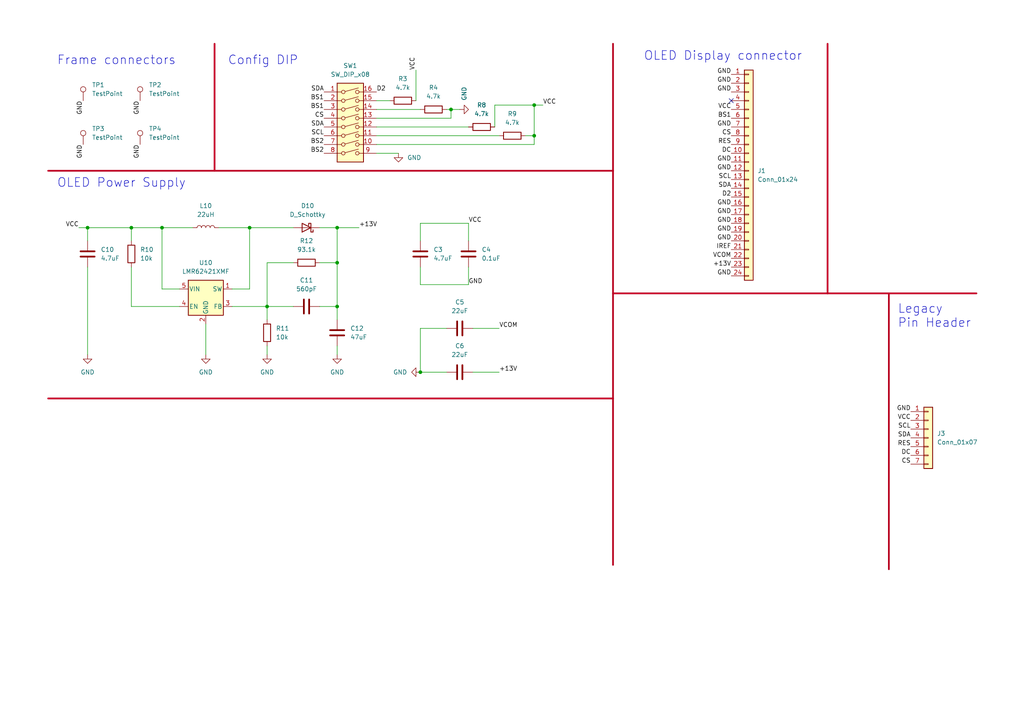
<source format=kicad_sch>
(kicad_sch (version 20230121) (generator eeschema)

  (uuid c6f69023-2810-42a7-b5a4-38a062875ff9)

  (paper "A4")

  (title_block
    (title "OLED 2.42\" WITH I2C / SPI SELECTOR")
    (date "2023-09-16")
    (rev "1")
    (company "N. Cleesattel")
  )

  (lib_symbols
    (symbol "Connector:TestPoint" (pin_numbers hide) (pin_names (offset 0.762) hide) (in_bom yes) (on_board yes)
      (property "Reference" "TP" (at 0 6.858 0)
        (effects (font (size 1.27 1.27)))
      )
      (property "Value" "TestPoint" (at 0 5.08 0)
        (effects (font (size 1.27 1.27)))
      )
      (property "Footprint" "" (at 5.08 0 0)
        (effects (font (size 1.27 1.27)) hide)
      )
      (property "Datasheet" "~" (at 5.08 0 0)
        (effects (font (size 1.27 1.27)) hide)
      )
      (property "ki_keywords" "test point tp" (at 0 0 0)
        (effects (font (size 1.27 1.27)) hide)
      )
      (property "ki_description" "test point" (at 0 0 0)
        (effects (font (size 1.27 1.27)) hide)
      )
      (property "ki_fp_filters" "Pin* Test*" (at 0 0 0)
        (effects (font (size 1.27 1.27)) hide)
      )
      (symbol "TestPoint_0_1"
        (circle (center 0 3.302) (radius 0.762)
          (stroke (width 0) (type default))
          (fill (type none))
        )
      )
      (symbol "TestPoint_1_1"
        (pin passive line (at 0 0 90) (length 2.54)
          (name "1" (effects (font (size 1.27 1.27))))
          (number "1" (effects (font (size 1.27 1.27))))
        )
      )
    )
    (symbol "Connector_Generic:Conn_01x07" (pin_names (offset 1.016) hide) (in_bom yes) (on_board yes)
      (property "Reference" "J" (at 0 10.16 0)
        (effects (font (size 1.27 1.27)))
      )
      (property "Value" "Conn_01x07" (at 0 -10.16 0)
        (effects (font (size 1.27 1.27)))
      )
      (property "Footprint" "" (at 0 0 0)
        (effects (font (size 1.27 1.27)) hide)
      )
      (property "Datasheet" "~" (at 0 0 0)
        (effects (font (size 1.27 1.27)) hide)
      )
      (property "ki_keywords" "connector" (at 0 0 0)
        (effects (font (size 1.27 1.27)) hide)
      )
      (property "ki_description" "Generic connector, single row, 01x07, script generated (kicad-library-utils/schlib/autogen/connector/)" (at 0 0 0)
        (effects (font (size 1.27 1.27)) hide)
      )
      (property "ki_fp_filters" "Connector*:*_1x??_*" (at 0 0 0)
        (effects (font (size 1.27 1.27)) hide)
      )
      (symbol "Conn_01x07_1_1"
        (rectangle (start -1.27 -7.493) (end 0 -7.747)
          (stroke (width 0.1524) (type default))
          (fill (type none))
        )
        (rectangle (start -1.27 -4.953) (end 0 -5.207)
          (stroke (width 0.1524) (type default))
          (fill (type none))
        )
        (rectangle (start -1.27 -2.413) (end 0 -2.667)
          (stroke (width 0.1524) (type default))
          (fill (type none))
        )
        (rectangle (start -1.27 0.127) (end 0 -0.127)
          (stroke (width 0.1524) (type default))
          (fill (type none))
        )
        (rectangle (start -1.27 2.667) (end 0 2.413)
          (stroke (width 0.1524) (type default))
          (fill (type none))
        )
        (rectangle (start -1.27 5.207) (end 0 4.953)
          (stroke (width 0.1524) (type default))
          (fill (type none))
        )
        (rectangle (start -1.27 7.747) (end 0 7.493)
          (stroke (width 0.1524) (type default))
          (fill (type none))
        )
        (rectangle (start -1.27 8.89) (end 1.27 -8.89)
          (stroke (width 0.254) (type default))
          (fill (type background))
        )
        (pin passive line (at -5.08 7.62 0) (length 3.81)
          (name "Pin_1" (effects (font (size 1.27 1.27))))
          (number "1" (effects (font (size 1.27 1.27))))
        )
        (pin passive line (at -5.08 5.08 0) (length 3.81)
          (name "Pin_2" (effects (font (size 1.27 1.27))))
          (number "2" (effects (font (size 1.27 1.27))))
        )
        (pin passive line (at -5.08 2.54 0) (length 3.81)
          (name "Pin_3" (effects (font (size 1.27 1.27))))
          (number "3" (effects (font (size 1.27 1.27))))
        )
        (pin passive line (at -5.08 0 0) (length 3.81)
          (name "Pin_4" (effects (font (size 1.27 1.27))))
          (number "4" (effects (font (size 1.27 1.27))))
        )
        (pin passive line (at -5.08 -2.54 0) (length 3.81)
          (name "Pin_5" (effects (font (size 1.27 1.27))))
          (number "5" (effects (font (size 1.27 1.27))))
        )
        (pin passive line (at -5.08 -5.08 0) (length 3.81)
          (name "Pin_6" (effects (font (size 1.27 1.27))))
          (number "6" (effects (font (size 1.27 1.27))))
        )
        (pin passive line (at -5.08 -7.62 0) (length 3.81)
          (name "Pin_7" (effects (font (size 1.27 1.27))))
          (number "7" (effects (font (size 1.27 1.27))))
        )
      )
    )
    (symbol "Connector_Generic:Conn_01x24" (pin_names (offset 1.016) hide) (in_bom yes) (on_board yes)
      (property "Reference" "J" (at 0 30.48 0)
        (effects (font (size 1.27 1.27)))
      )
      (property "Value" "Conn_01x24" (at 0 -33.02 0)
        (effects (font (size 1.27 1.27)))
      )
      (property "Footprint" "" (at 0 0 0)
        (effects (font (size 1.27 1.27)) hide)
      )
      (property "Datasheet" "~" (at 0 0 0)
        (effects (font (size 1.27 1.27)) hide)
      )
      (property "ki_keywords" "connector" (at 0 0 0)
        (effects (font (size 1.27 1.27)) hide)
      )
      (property "ki_description" "Generic connector, single row, 01x24, script generated (kicad-library-utils/schlib/autogen/connector/)" (at 0 0 0)
        (effects (font (size 1.27 1.27)) hide)
      )
      (property "ki_fp_filters" "Connector*:*_1x??_*" (at 0 0 0)
        (effects (font (size 1.27 1.27)) hide)
      )
      (symbol "Conn_01x24_1_1"
        (rectangle (start -1.27 -30.353) (end 0 -30.607)
          (stroke (width 0.1524) (type default))
          (fill (type none))
        )
        (rectangle (start -1.27 -27.813) (end 0 -28.067)
          (stroke (width 0.1524) (type default))
          (fill (type none))
        )
        (rectangle (start -1.27 -25.273) (end 0 -25.527)
          (stroke (width 0.1524) (type default))
          (fill (type none))
        )
        (rectangle (start -1.27 -22.733) (end 0 -22.987)
          (stroke (width 0.1524) (type default))
          (fill (type none))
        )
        (rectangle (start -1.27 -20.193) (end 0 -20.447)
          (stroke (width 0.1524) (type default))
          (fill (type none))
        )
        (rectangle (start -1.27 -17.653) (end 0 -17.907)
          (stroke (width 0.1524) (type default))
          (fill (type none))
        )
        (rectangle (start -1.27 -15.113) (end 0 -15.367)
          (stroke (width 0.1524) (type default))
          (fill (type none))
        )
        (rectangle (start -1.27 -12.573) (end 0 -12.827)
          (stroke (width 0.1524) (type default))
          (fill (type none))
        )
        (rectangle (start -1.27 -10.033) (end 0 -10.287)
          (stroke (width 0.1524) (type default))
          (fill (type none))
        )
        (rectangle (start -1.27 -7.493) (end 0 -7.747)
          (stroke (width 0.1524) (type default))
          (fill (type none))
        )
        (rectangle (start -1.27 -4.953) (end 0 -5.207)
          (stroke (width 0.1524) (type default))
          (fill (type none))
        )
        (rectangle (start -1.27 -2.413) (end 0 -2.667)
          (stroke (width 0.1524) (type default))
          (fill (type none))
        )
        (rectangle (start -1.27 0.127) (end 0 -0.127)
          (stroke (width 0.1524) (type default))
          (fill (type none))
        )
        (rectangle (start -1.27 2.667) (end 0 2.413)
          (stroke (width 0.1524) (type default))
          (fill (type none))
        )
        (rectangle (start -1.27 5.207) (end 0 4.953)
          (stroke (width 0.1524) (type default))
          (fill (type none))
        )
        (rectangle (start -1.27 7.747) (end 0 7.493)
          (stroke (width 0.1524) (type default))
          (fill (type none))
        )
        (rectangle (start -1.27 10.287) (end 0 10.033)
          (stroke (width 0.1524) (type default))
          (fill (type none))
        )
        (rectangle (start -1.27 12.827) (end 0 12.573)
          (stroke (width 0.1524) (type default))
          (fill (type none))
        )
        (rectangle (start -1.27 15.367) (end 0 15.113)
          (stroke (width 0.1524) (type default))
          (fill (type none))
        )
        (rectangle (start -1.27 17.907) (end 0 17.653)
          (stroke (width 0.1524) (type default))
          (fill (type none))
        )
        (rectangle (start -1.27 20.447) (end 0 20.193)
          (stroke (width 0.1524) (type default))
          (fill (type none))
        )
        (rectangle (start -1.27 22.987) (end 0 22.733)
          (stroke (width 0.1524) (type default))
          (fill (type none))
        )
        (rectangle (start -1.27 25.527) (end 0 25.273)
          (stroke (width 0.1524) (type default))
          (fill (type none))
        )
        (rectangle (start -1.27 28.067) (end 0 27.813)
          (stroke (width 0.1524) (type default))
          (fill (type none))
        )
        (rectangle (start -1.27 29.21) (end 1.27 -31.75)
          (stroke (width 0.254) (type default))
          (fill (type background))
        )
        (pin passive line (at -5.08 27.94 0) (length 3.81)
          (name "Pin_1" (effects (font (size 1.27 1.27))))
          (number "1" (effects (font (size 1.27 1.27))))
        )
        (pin passive line (at -5.08 5.08 0) (length 3.81)
          (name "Pin_10" (effects (font (size 1.27 1.27))))
          (number "10" (effects (font (size 1.27 1.27))))
        )
        (pin passive line (at -5.08 2.54 0) (length 3.81)
          (name "Pin_11" (effects (font (size 1.27 1.27))))
          (number "11" (effects (font (size 1.27 1.27))))
        )
        (pin passive line (at -5.08 0 0) (length 3.81)
          (name "Pin_12" (effects (font (size 1.27 1.27))))
          (number "12" (effects (font (size 1.27 1.27))))
        )
        (pin passive line (at -5.08 -2.54 0) (length 3.81)
          (name "Pin_13" (effects (font (size 1.27 1.27))))
          (number "13" (effects (font (size 1.27 1.27))))
        )
        (pin passive line (at -5.08 -5.08 0) (length 3.81)
          (name "Pin_14" (effects (font (size 1.27 1.27))))
          (number "14" (effects (font (size 1.27 1.27))))
        )
        (pin passive line (at -5.08 -7.62 0) (length 3.81)
          (name "Pin_15" (effects (font (size 1.27 1.27))))
          (number "15" (effects (font (size 1.27 1.27))))
        )
        (pin passive line (at -5.08 -10.16 0) (length 3.81)
          (name "Pin_16" (effects (font (size 1.27 1.27))))
          (number "16" (effects (font (size 1.27 1.27))))
        )
        (pin passive line (at -5.08 -12.7 0) (length 3.81)
          (name "Pin_17" (effects (font (size 1.27 1.27))))
          (number "17" (effects (font (size 1.27 1.27))))
        )
        (pin passive line (at -5.08 -15.24 0) (length 3.81)
          (name "Pin_18" (effects (font (size 1.27 1.27))))
          (number "18" (effects (font (size 1.27 1.27))))
        )
        (pin passive line (at -5.08 -17.78 0) (length 3.81)
          (name "Pin_19" (effects (font (size 1.27 1.27))))
          (number "19" (effects (font (size 1.27 1.27))))
        )
        (pin passive line (at -5.08 25.4 0) (length 3.81)
          (name "Pin_2" (effects (font (size 1.27 1.27))))
          (number "2" (effects (font (size 1.27 1.27))))
        )
        (pin passive line (at -5.08 -20.32 0) (length 3.81)
          (name "Pin_20" (effects (font (size 1.27 1.27))))
          (number "20" (effects (font (size 1.27 1.27))))
        )
        (pin passive line (at -5.08 -22.86 0) (length 3.81)
          (name "Pin_21" (effects (font (size 1.27 1.27))))
          (number "21" (effects (font (size 1.27 1.27))))
        )
        (pin passive line (at -5.08 -25.4 0) (length 3.81)
          (name "Pin_22" (effects (font (size 1.27 1.27))))
          (number "22" (effects (font (size 1.27 1.27))))
        )
        (pin passive line (at -5.08 -27.94 0) (length 3.81)
          (name "Pin_23" (effects (font (size 1.27 1.27))))
          (number "23" (effects (font (size 1.27 1.27))))
        )
        (pin passive line (at -5.08 -30.48 0) (length 3.81)
          (name "Pin_24" (effects (font (size 1.27 1.27))))
          (number "24" (effects (font (size 1.27 1.27))))
        )
        (pin passive line (at -5.08 22.86 0) (length 3.81)
          (name "Pin_3" (effects (font (size 1.27 1.27))))
          (number "3" (effects (font (size 1.27 1.27))))
        )
        (pin passive line (at -5.08 20.32 0) (length 3.81)
          (name "Pin_4" (effects (font (size 1.27 1.27))))
          (number "4" (effects (font (size 1.27 1.27))))
        )
        (pin passive line (at -5.08 17.78 0) (length 3.81)
          (name "Pin_5" (effects (font (size 1.27 1.27))))
          (number "5" (effects (font (size 1.27 1.27))))
        )
        (pin passive line (at -5.08 15.24 0) (length 3.81)
          (name "Pin_6" (effects (font (size 1.27 1.27))))
          (number "6" (effects (font (size 1.27 1.27))))
        )
        (pin passive line (at -5.08 12.7 0) (length 3.81)
          (name "Pin_7" (effects (font (size 1.27 1.27))))
          (number "7" (effects (font (size 1.27 1.27))))
        )
        (pin passive line (at -5.08 10.16 0) (length 3.81)
          (name "Pin_8" (effects (font (size 1.27 1.27))))
          (number "8" (effects (font (size 1.27 1.27))))
        )
        (pin passive line (at -5.08 7.62 0) (length 3.81)
          (name "Pin_9" (effects (font (size 1.27 1.27))))
          (number "9" (effects (font (size 1.27 1.27))))
        )
      )
    )
    (symbol "Device:C" (pin_numbers hide) (pin_names (offset 0.254)) (in_bom yes) (on_board yes)
      (property "Reference" "C" (at 0.635 2.54 0)
        (effects (font (size 1.27 1.27)) (justify left))
      )
      (property "Value" "C" (at 0.635 -2.54 0)
        (effects (font (size 1.27 1.27)) (justify left))
      )
      (property "Footprint" "" (at 0.9652 -3.81 0)
        (effects (font (size 1.27 1.27)) hide)
      )
      (property "Datasheet" "~" (at 0 0 0)
        (effects (font (size 1.27 1.27)) hide)
      )
      (property "ki_keywords" "cap capacitor" (at 0 0 0)
        (effects (font (size 1.27 1.27)) hide)
      )
      (property "ki_description" "Unpolarized capacitor" (at 0 0 0)
        (effects (font (size 1.27 1.27)) hide)
      )
      (property "ki_fp_filters" "C_*" (at 0 0 0)
        (effects (font (size 1.27 1.27)) hide)
      )
      (symbol "C_0_1"
        (polyline
          (pts
            (xy -2.032 -0.762)
            (xy 2.032 -0.762)
          )
          (stroke (width 0.508) (type default))
          (fill (type none))
        )
        (polyline
          (pts
            (xy -2.032 0.762)
            (xy 2.032 0.762)
          )
          (stroke (width 0.508) (type default))
          (fill (type none))
        )
      )
      (symbol "C_1_1"
        (pin passive line (at 0 3.81 270) (length 2.794)
          (name "~" (effects (font (size 1.27 1.27))))
          (number "1" (effects (font (size 1.27 1.27))))
        )
        (pin passive line (at 0 -3.81 90) (length 2.794)
          (name "~" (effects (font (size 1.27 1.27))))
          (number "2" (effects (font (size 1.27 1.27))))
        )
      )
    )
    (symbol "Device:D_Schottky" (pin_numbers hide) (pin_names (offset 1.016) hide) (in_bom yes) (on_board yes)
      (property "Reference" "D" (at 0 2.54 0)
        (effects (font (size 1.27 1.27)))
      )
      (property "Value" "D_Schottky" (at 0 -2.54 0)
        (effects (font (size 1.27 1.27)))
      )
      (property "Footprint" "" (at 0 0 0)
        (effects (font (size 1.27 1.27)) hide)
      )
      (property "Datasheet" "~" (at 0 0 0)
        (effects (font (size 1.27 1.27)) hide)
      )
      (property "ki_keywords" "diode Schottky" (at 0 0 0)
        (effects (font (size 1.27 1.27)) hide)
      )
      (property "ki_description" "Schottky diode" (at 0 0 0)
        (effects (font (size 1.27 1.27)) hide)
      )
      (property "ki_fp_filters" "TO-???* *_Diode_* *SingleDiode* D_*" (at 0 0 0)
        (effects (font (size 1.27 1.27)) hide)
      )
      (symbol "D_Schottky_0_1"
        (polyline
          (pts
            (xy 1.27 0)
            (xy -1.27 0)
          )
          (stroke (width 0) (type default))
          (fill (type none))
        )
        (polyline
          (pts
            (xy 1.27 1.27)
            (xy 1.27 -1.27)
            (xy -1.27 0)
            (xy 1.27 1.27)
          )
          (stroke (width 0.254) (type default))
          (fill (type none))
        )
        (polyline
          (pts
            (xy -1.905 0.635)
            (xy -1.905 1.27)
            (xy -1.27 1.27)
            (xy -1.27 -1.27)
            (xy -0.635 -1.27)
            (xy -0.635 -0.635)
          )
          (stroke (width 0.254) (type default))
          (fill (type none))
        )
      )
      (symbol "D_Schottky_1_1"
        (pin passive line (at -3.81 0 0) (length 2.54)
          (name "K" (effects (font (size 1.27 1.27))))
          (number "1" (effects (font (size 1.27 1.27))))
        )
        (pin passive line (at 3.81 0 180) (length 2.54)
          (name "A" (effects (font (size 1.27 1.27))))
          (number "2" (effects (font (size 1.27 1.27))))
        )
      )
    )
    (symbol "Device:L" (pin_numbers hide) (pin_names (offset 1.016) hide) (in_bom yes) (on_board yes)
      (property "Reference" "L" (at -1.27 0 90)
        (effects (font (size 1.27 1.27)))
      )
      (property "Value" "L" (at 1.905 0 90)
        (effects (font (size 1.27 1.27)))
      )
      (property "Footprint" "" (at 0 0 0)
        (effects (font (size 1.27 1.27)) hide)
      )
      (property "Datasheet" "~" (at 0 0 0)
        (effects (font (size 1.27 1.27)) hide)
      )
      (property "ki_keywords" "inductor choke coil reactor magnetic" (at 0 0 0)
        (effects (font (size 1.27 1.27)) hide)
      )
      (property "ki_description" "Inductor" (at 0 0 0)
        (effects (font (size 1.27 1.27)) hide)
      )
      (property "ki_fp_filters" "Choke_* *Coil* Inductor_* L_*" (at 0 0 0)
        (effects (font (size 1.27 1.27)) hide)
      )
      (symbol "L_0_1"
        (arc (start 0 -2.54) (mid 0.6323 -1.905) (end 0 -1.27)
          (stroke (width 0) (type default))
          (fill (type none))
        )
        (arc (start 0 -1.27) (mid 0.6323 -0.635) (end 0 0)
          (stroke (width 0) (type default))
          (fill (type none))
        )
        (arc (start 0 0) (mid 0.6323 0.635) (end 0 1.27)
          (stroke (width 0) (type default))
          (fill (type none))
        )
        (arc (start 0 1.27) (mid 0.6323 1.905) (end 0 2.54)
          (stroke (width 0) (type default))
          (fill (type none))
        )
      )
      (symbol "L_1_1"
        (pin passive line (at 0 3.81 270) (length 1.27)
          (name "1" (effects (font (size 1.27 1.27))))
          (number "1" (effects (font (size 1.27 1.27))))
        )
        (pin passive line (at 0 -3.81 90) (length 1.27)
          (name "2" (effects (font (size 1.27 1.27))))
          (number "2" (effects (font (size 1.27 1.27))))
        )
      )
    )
    (symbol "Device:R" (pin_numbers hide) (pin_names (offset 0)) (in_bom yes) (on_board yes)
      (property "Reference" "R" (at 2.032 0 90)
        (effects (font (size 1.27 1.27)))
      )
      (property "Value" "R" (at 0 0 90)
        (effects (font (size 1.27 1.27)))
      )
      (property "Footprint" "" (at -1.778 0 90)
        (effects (font (size 1.27 1.27)) hide)
      )
      (property "Datasheet" "~" (at 0 0 0)
        (effects (font (size 1.27 1.27)) hide)
      )
      (property "ki_keywords" "R res resistor" (at 0 0 0)
        (effects (font (size 1.27 1.27)) hide)
      )
      (property "ki_description" "Resistor" (at 0 0 0)
        (effects (font (size 1.27 1.27)) hide)
      )
      (property "ki_fp_filters" "R_*" (at 0 0 0)
        (effects (font (size 1.27 1.27)) hide)
      )
      (symbol "R_0_1"
        (rectangle (start -1.016 -2.54) (end 1.016 2.54)
          (stroke (width 0.254) (type default))
          (fill (type none))
        )
      )
      (symbol "R_1_1"
        (pin passive line (at 0 3.81 270) (length 1.27)
          (name "~" (effects (font (size 1.27 1.27))))
          (number "1" (effects (font (size 1.27 1.27))))
        )
        (pin passive line (at 0 -3.81 90) (length 1.27)
          (name "~" (effects (font (size 1.27 1.27))))
          (number "2" (effects (font (size 1.27 1.27))))
        )
      )
    )
    (symbol "Regulator_Switching:LMR62421XMF" (pin_names (offset 0.254)) (in_bom yes) (on_board yes)
      (property "Reference" "U" (at -5.08 6.35 0)
        (effects (font (size 1.27 1.27)) (justify left))
      )
      (property "Value" "LMR62421XMF" (at 0 6.35 0)
        (effects (font (size 1.27 1.27)) (justify left))
      )
      (property "Footprint" "Package_TO_SOT_SMD:SOT-23-5" (at 1.27 -6.35 0)
        (effects (font (size 1.27 1.27) italic) (justify left) hide)
      )
      (property "Datasheet" "http://www.ti.com/lit/ds/symlink/lmr62421.pdf" (at 0 2.54 0)
        (effects (font (size 1.27 1.27)) hide)
      )
      (property "ki_keywords" "Miniature Step-Up Boost SEPIC Voltage Regulator" (at 0 0 0)
        (effects (font (size 1.27 1.27)) hide)
      )
      (property "ki_description" "2.1A, 24Vout Boost/SEPIC Voltage Regulator, 1.6MHz Frequency, SOT-23-5" (at 0 0 0)
        (effects (font (size 1.27 1.27)) hide)
      )
      (property "ki_fp_filters" "SOT?23*" (at 0 0 0)
        (effects (font (size 1.27 1.27)) hide)
      )
      (symbol "LMR62421XMF_0_1"
        (rectangle (start -5.08 5.08) (end 5.08 -5.08)
          (stroke (width 0.254) (type default))
          (fill (type background))
        )
      )
      (symbol "LMR62421XMF_1_1"
        (pin output line (at 7.62 2.54 180) (length 2.54)
          (name "SW" (effects (font (size 1.27 1.27))))
          (number "1" (effects (font (size 1.27 1.27))))
        )
        (pin power_in line (at 0 -7.62 90) (length 2.54)
          (name "GND" (effects (font (size 1.27 1.27))))
          (number "2" (effects (font (size 1.27 1.27))))
        )
        (pin input line (at 7.62 -2.54 180) (length 2.54)
          (name "FB" (effects (font (size 1.27 1.27))))
          (number "3" (effects (font (size 1.27 1.27))))
        )
        (pin input line (at -7.62 -2.54 0) (length 2.54)
          (name "EN" (effects (font (size 1.27 1.27))))
          (number "4" (effects (font (size 1.27 1.27))))
        )
        (pin input line (at -7.62 2.54 0) (length 2.54)
          (name "VIN" (effects (font (size 1.27 1.27))))
          (number "5" (effects (font (size 1.27 1.27))))
        )
      )
    )
    (symbol "Switch:SW_DIP_x08" (pin_names (offset 0) hide) (in_bom yes) (on_board yes)
      (property "Reference" "SW" (at 0 13.97 0)
        (effects (font (size 1.27 1.27)))
      )
      (property "Value" "SW_DIP_x08" (at 0 -11.43 0)
        (effects (font (size 1.27 1.27)))
      )
      (property "Footprint" "" (at 0 0 0)
        (effects (font (size 1.27 1.27)) hide)
      )
      (property "Datasheet" "~" (at 0 0 0)
        (effects (font (size 1.27 1.27)) hide)
      )
      (property "ki_keywords" "dip switch" (at 0 0 0)
        (effects (font (size 1.27 1.27)) hide)
      )
      (property "ki_description" "8x DIP Switch, Single Pole Single Throw (SPST) switch, small symbol" (at 0 0 0)
        (effects (font (size 1.27 1.27)) hide)
      )
      (property "ki_fp_filters" "SW?DIP?x8*" (at 0 0 0)
        (effects (font (size 1.27 1.27)) hide)
      )
      (symbol "SW_DIP_x08_0_0"
        (circle (center -2.032 -7.62) (radius 0.508)
          (stroke (width 0) (type default))
          (fill (type none))
        )
        (circle (center -2.032 -5.08) (radius 0.508)
          (stroke (width 0) (type default))
          (fill (type none))
        )
        (circle (center -2.032 -2.54) (radius 0.508)
          (stroke (width 0) (type default))
          (fill (type none))
        )
        (circle (center -2.032 0) (radius 0.508)
          (stroke (width 0) (type default))
          (fill (type none))
        )
        (circle (center -2.032 2.54) (radius 0.508)
          (stroke (width 0) (type default))
          (fill (type none))
        )
        (circle (center -2.032 5.08) (radius 0.508)
          (stroke (width 0) (type default))
          (fill (type none))
        )
        (circle (center -2.032 7.62) (radius 0.508)
          (stroke (width 0) (type default))
          (fill (type none))
        )
        (circle (center -2.032 10.16) (radius 0.508)
          (stroke (width 0) (type default))
          (fill (type none))
        )
        (polyline
          (pts
            (xy -1.524 -7.4676)
            (xy 2.3622 -6.4262)
          )
          (stroke (width 0) (type default))
          (fill (type none))
        )
        (polyline
          (pts
            (xy -1.524 -4.9276)
            (xy 2.3622 -3.8862)
          )
          (stroke (width 0) (type default))
          (fill (type none))
        )
        (polyline
          (pts
            (xy -1.524 -2.3876)
            (xy 2.3622 -1.3462)
          )
          (stroke (width 0) (type default))
          (fill (type none))
        )
        (polyline
          (pts
            (xy -1.524 0.127)
            (xy 2.3622 1.1684)
          )
          (stroke (width 0) (type default))
          (fill (type none))
        )
        (polyline
          (pts
            (xy -1.524 2.667)
            (xy 2.3622 3.7084)
          )
          (stroke (width 0) (type default))
          (fill (type none))
        )
        (polyline
          (pts
            (xy -1.524 5.207)
            (xy 2.3622 6.2484)
          )
          (stroke (width 0) (type default))
          (fill (type none))
        )
        (polyline
          (pts
            (xy -1.524 7.747)
            (xy 2.3622 8.7884)
          )
          (stroke (width 0) (type default))
          (fill (type none))
        )
        (polyline
          (pts
            (xy -1.524 10.287)
            (xy 2.3622 11.3284)
          )
          (stroke (width 0) (type default))
          (fill (type none))
        )
        (circle (center 2.032 -7.62) (radius 0.508)
          (stroke (width 0) (type default))
          (fill (type none))
        )
        (circle (center 2.032 -5.08) (radius 0.508)
          (stroke (width 0) (type default))
          (fill (type none))
        )
        (circle (center 2.032 -2.54) (radius 0.508)
          (stroke (width 0) (type default))
          (fill (type none))
        )
        (circle (center 2.032 0) (radius 0.508)
          (stroke (width 0) (type default))
          (fill (type none))
        )
        (circle (center 2.032 2.54) (radius 0.508)
          (stroke (width 0) (type default))
          (fill (type none))
        )
        (circle (center 2.032 5.08) (radius 0.508)
          (stroke (width 0) (type default))
          (fill (type none))
        )
        (circle (center 2.032 7.62) (radius 0.508)
          (stroke (width 0) (type default))
          (fill (type none))
        )
        (circle (center 2.032 10.16) (radius 0.508)
          (stroke (width 0) (type default))
          (fill (type none))
        )
      )
      (symbol "SW_DIP_x08_0_1"
        (rectangle (start -3.81 12.7) (end 3.81 -10.16)
          (stroke (width 0.254) (type default))
          (fill (type background))
        )
      )
      (symbol "SW_DIP_x08_1_1"
        (pin passive line (at -7.62 10.16 0) (length 5.08)
          (name "~" (effects (font (size 1.27 1.27))))
          (number "1" (effects (font (size 1.27 1.27))))
        )
        (pin passive line (at 7.62 -5.08 180) (length 5.08)
          (name "~" (effects (font (size 1.27 1.27))))
          (number "10" (effects (font (size 1.27 1.27))))
        )
        (pin passive line (at 7.62 -2.54 180) (length 5.08)
          (name "~" (effects (font (size 1.27 1.27))))
          (number "11" (effects (font (size 1.27 1.27))))
        )
        (pin passive line (at 7.62 0 180) (length 5.08)
          (name "~" (effects (font (size 1.27 1.27))))
          (number "12" (effects (font (size 1.27 1.27))))
        )
        (pin passive line (at 7.62 2.54 180) (length 5.08)
          (name "~" (effects (font (size 1.27 1.27))))
          (number "13" (effects (font (size 1.27 1.27))))
        )
        (pin passive line (at 7.62 5.08 180) (length 5.08)
          (name "~" (effects (font (size 1.27 1.27))))
          (number "14" (effects (font (size 1.27 1.27))))
        )
        (pin passive line (at 7.62 7.62 180) (length 5.08)
          (name "~" (effects (font (size 1.27 1.27))))
          (number "15" (effects (font (size 1.27 1.27))))
        )
        (pin passive line (at 7.62 10.16 180) (length 5.08)
          (name "~" (effects (font (size 1.27 1.27))))
          (number "16" (effects (font (size 1.27 1.27))))
        )
        (pin passive line (at -7.62 7.62 0) (length 5.08)
          (name "~" (effects (font (size 1.27 1.27))))
          (number "2" (effects (font (size 1.27 1.27))))
        )
        (pin passive line (at -7.62 5.08 0) (length 5.08)
          (name "~" (effects (font (size 1.27 1.27))))
          (number "3" (effects (font (size 1.27 1.27))))
        )
        (pin passive line (at -7.62 2.54 0) (length 5.08)
          (name "~" (effects (font (size 1.27 1.27))))
          (number "4" (effects (font (size 1.27 1.27))))
        )
        (pin passive line (at -7.62 0 0) (length 5.08)
          (name "~" (effects (font (size 1.27 1.27))))
          (number "5" (effects (font (size 1.27 1.27))))
        )
        (pin passive line (at -7.62 -2.54 0) (length 5.08)
          (name "~" (effects (font (size 1.27 1.27))))
          (number "6" (effects (font (size 1.27 1.27))))
        )
        (pin passive line (at -7.62 -5.08 0) (length 5.08)
          (name "~" (effects (font (size 1.27 1.27))))
          (number "7" (effects (font (size 1.27 1.27))))
        )
        (pin passive line (at -7.62 -7.62 0) (length 5.08)
          (name "~" (effects (font (size 1.27 1.27))))
          (number "8" (effects (font (size 1.27 1.27))))
        )
        (pin passive line (at 7.62 -7.62 180) (length 5.08)
          (name "~" (effects (font (size 1.27 1.27))))
          (number "9" (effects (font (size 1.27 1.27))))
        )
      )
    )
    (symbol "power:GND" (power) (pin_names (offset 0)) (in_bom yes) (on_board yes)
      (property "Reference" "#PWR" (at 0 -6.35 0)
        (effects (font (size 1.27 1.27)) hide)
      )
      (property "Value" "GND" (at 0 -3.81 0)
        (effects (font (size 1.27 1.27)))
      )
      (property "Footprint" "" (at 0 0 0)
        (effects (font (size 1.27 1.27)) hide)
      )
      (property "Datasheet" "" (at 0 0 0)
        (effects (font (size 1.27 1.27)) hide)
      )
      (property "ki_keywords" "power-flag" (at 0 0 0)
        (effects (font (size 1.27 1.27)) hide)
      )
      (property "ki_description" "Power symbol creates a global label with name \"GND\" , ground" (at 0 0 0)
        (effects (font (size 1.27 1.27)) hide)
      )
      (symbol "GND_0_1"
        (polyline
          (pts
            (xy 0 0)
            (xy 0 -1.27)
            (xy 1.27 -1.27)
            (xy 0 -2.54)
            (xy -1.27 -1.27)
            (xy 0 -1.27)
          )
          (stroke (width 0) (type default))
          (fill (type none))
        )
      )
      (symbol "GND_1_1"
        (pin power_in line (at 0 0 270) (length 0) hide
          (name "GND" (effects (font (size 1.27 1.27))))
          (number "1" (effects (font (size 1.27 1.27))))
        )
      )
    )
  )

  (junction (at 46.99 66.04) (diameter 0) (color 0 0 0 0)
    (uuid 02350ca4-5676-405d-89e6-37b17ffaccdf)
  )
  (junction (at 77.47 88.9) (diameter 0) (color 0 0 0 0)
    (uuid 2111ee3a-7103-4b29-8029-df3de2f8d237)
  )
  (junction (at 121.92 107.95) (diameter 0) (color 0 0 0 0)
    (uuid 252f2ae1-3507-438f-822f-05e480ea422f)
  )
  (junction (at 72.39 66.04) (diameter 0) (color 0 0 0 0)
    (uuid 40c94b6f-8f83-464e-b706-8f95f4b038ba)
  )
  (junction (at 38.1 66.04) (diameter 0) (color 0 0 0 0)
    (uuid 5fdb1a3e-3b2c-4ac2-a22d-ab4ac458a284)
  )
  (junction (at 97.79 66.04) (diameter 0) (color 0 0 0 0)
    (uuid 7483ba63-9bf2-4400-ad91-df7e831d34a3)
  )
  (junction (at 97.79 88.9) (diameter 0) (color 0 0 0 0)
    (uuid a1959dca-b075-492c-b439-1adcc4c2b8ef)
  )
  (junction (at 130.81 31.75) (diameter 0) (color 0 0 0 0)
    (uuid acd76b03-6eab-4f7b-a80c-c99eb199830b)
  )
  (junction (at 97.79 76.2) (diameter 0) (color 0 0 0 0)
    (uuid b445202a-765f-4e6a-bf08-a0d77af483f5)
  )
  (junction (at 154.94 30.48) (diameter 0) (color 0 0 0 0)
    (uuid bfd158b4-ca2c-4a5e-9399-279b827ab36c)
  )
  (junction (at 154.94 39.37) (diameter 0) (color 0 0 0 0)
    (uuid e7702e0c-1495-4f48-9fb8-2986d365de77)
  )
  (junction (at 25.4 66.04) (diameter 0) (color 0 0 0 0)
    (uuid f9b4c6fd-ff55-4b66-b1a5-b1ff9114e99b)
  )

  (no_connect (at 212.09 29.21) (uuid 3e5adabd-7cae-4471-a96a-4abd67b79c70))

  (polyline (pts (xy 177.8 49.53) (xy 177.8 12.7))
    (stroke (width 0.5) (type solid) (color 183 0 29 1))
    (uuid 0477be42-f9d4-4741-b13b-54923b6c63e2)
  )

  (wire (pts (xy 137.16 107.95) (xy 144.78 107.95))
    (stroke (width 0) (type default))
    (uuid 060424c5-9dc7-4ac4-9f2d-ca39e0e6cf84)
  )
  (wire (pts (xy 154.94 41.91) (xy 154.94 39.37))
    (stroke (width 0) (type default))
    (uuid 07ed52c1-51bf-474f-ad97-23c93953022c)
  )
  (wire (pts (xy 59.69 102.87) (xy 59.69 93.98))
    (stroke (width 0) (type default))
    (uuid 0cce7442-beaf-4e52-90ce-48cd2c245145)
  )
  (wire (pts (xy 25.4 102.87) (xy 25.4 77.47))
    (stroke (width 0) (type default))
    (uuid 0da1d151-898a-4fab-8070-f40a8d3a63d2)
  )
  (wire (pts (xy 143.51 36.83) (xy 143.51 30.48))
    (stroke (width 0) (type default))
    (uuid 12a38b78-42da-4a9c-9f3e-afc26b6db89e)
  )
  (wire (pts (xy 97.79 66.04) (xy 104.14 66.04))
    (stroke (width 0) (type default))
    (uuid 14103244-05c9-466f-b649-616f214c1bda)
  )
  (polyline (pts (xy 13.97 115.57) (xy 177.8 115.57))
    (stroke (width 0.5) (type solid) (color 183 0 29 1))
    (uuid 16783737-99a5-4f51-845c-8a0c03032708)
  )

  (wire (pts (xy 38.1 88.9) (xy 38.1 77.47))
    (stroke (width 0) (type default))
    (uuid 1bb4d4a7-0bba-4d62-920c-79c8b63e88b4)
  )
  (wire (pts (xy 72.39 66.04) (xy 72.39 83.82))
    (stroke (width 0) (type default))
    (uuid 25f5c9f6-eef1-4a20-a2ce-ede7cb79c5ff)
  )
  (polyline (pts (xy 177.8 115.57) (xy 177.8 49.53))
    (stroke (width 0.5) (type solid) (color 183 0 29 1))
    (uuid 295b9ebb-3830-41c1-b4ff-95494bfbdb51)
  )
  (polyline (pts (xy 13.97 49.53) (xy 177.8 49.53))
    (stroke (width 0.5) (type solid) (color 183 0 29 1))
    (uuid 2ecb470c-7d5b-4012-83ee-2b78303998f8)
  )

  (wire (pts (xy 46.99 83.82) (xy 46.99 66.04))
    (stroke (width 0) (type default))
    (uuid 2fc3e772-3ec3-4dbd-87c2-9f212e487454)
  )
  (wire (pts (xy 109.22 39.37) (xy 144.78 39.37))
    (stroke (width 0) (type default))
    (uuid 30cf4947-9639-4f86-8479-ab0d49c5d1d6)
  )
  (wire (pts (xy 130.81 31.75) (xy 133.35 31.75))
    (stroke (width 0) (type default))
    (uuid 355e7329-ae0e-4124-a240-8ff997dfe039)
  )
  (polyline (pts (xy 177.8 163.83) (xy 177.8 115.57))
    (stroke (width 0.5) (type solid) (color 183 0 29 1))
    (uuid 38a6865b-9800-42be-9081-cfba57b2cbd8)
  )
  (polyline (pts (xy 257.81 165.1) (xy 257.81 85.09))
    (stroke (width 0.5) (type solid) (color 183 0 29 1))
    (uuid 3e0f03c3-029b-4eb8-b5ea-72cbb0e4c68f)
  )

  (wire (pts (xy 77.47 76.2) (xy 77.47 88.9))
    (stroke (width 0) (type default))
    (uuid 3e64c3f6-2f75-4499-8595-e9a402fee247)
  )
  (wire (pts (xy 154.94 30.48) (xy 157.48 30.48))
    (stroke (width 0) (type default))
    (uuid 40110e07-f4d4-45d5-91e6-f26fe75621e9)
  )
  (wire (pts (xy 92.71 76.2) (xy 97.79 76.2))
    (stroke (width 0) (type default))
    (uuid 423cbeeb-955c-413a-a46d-beb5d3dfa4da)
  )
  (wire (pts (xy 25.4 66.04) (xy 38.1 66.04))
    (stroke (width 0) (type default))
    (uuid 43e92a68-05a3-4925-ad50-8f78cb130163)
  )
  (wire (pts (xy 22.86 66.04) (xy 25.4 66.04))
    (stroke (width 0) (type default))
    (uuid 46b74c28-b84e-4410-9f63-56dac68a591e)
  )
  (wire (pts (xy 38.1 88.9) (xy 52.07 88.9))
    (stroke (width 0) (type default))
    (uuid 47e6d4ed-e068-42eb-88f4-969ec5e3dbd8)
  )
  (wire (pts (xy 52.07 83.82) (xy 46.99 83.82))
    (stroke (width 0) (type default))
    (uuid 4cb9ec93-0058-427a-afc1-1af8a9eb597c)
  )
  (wire (pts (xy 154.94 39.37) (xy 154.94 30.48))
    (stroke (width 0) (type default))
    (uuid 4edc25a8-3345-4b0d-831c-0692554f92f6)
  )
  (wire (pts (xy 97.79 88.9) (xy 97.79 76.2))
    (stroke (width 0) (type default))
    (uuid 500816f4-f5ef-41d9-a22f-70cdbce1c243)
  )
  (wire (pts (xy 121.92 107.95) (xy 121.92 95.25))
    (stroke (width 0) (type default))
    (uuid 5da34f27-388d-429d-9160-c680cc2ef10e)
  )
  (wire (pts (xy 129.54 107.95) (xy 121.92 107.95))
    (stroke (width 0) (type default))
    (uuid 5dfad593-5fc3-4159-892e-a280a6ce476b)
  )
  (wire (pts (xy 38.1 66.04) (xy 46.99 66.04))
    (stroke (width 0) (type default))
    (uuid 625dfee8-b94e-4ac8-84b8-f52b2093a200)
  )
  (wire (pts (xy 109.22 31.75) (xy 121.92 31.75))
    (stroke (width 0) (type default))
    (uuid 6317bd88-71bb-4f9a-839f-c65b523a24d4)
  )
  (wire (pts (xy 72.39 66.04) (xy 63.5 66.04))
    (stroke (width 0) (type default))
    (uuid 67d9fe5f-2b1c-482f-b298-b284c071f708)
  )
  (wire (pts (xy 121.92 64.77) (xy 135.89 64.77))
    (stroke (width 0) (type default))
    (uuid 6f6c1b42-51de-4294-82e3-7664ff1270c7)
  )
  (wire (pts (xy 135.89 64.77) (xy 135.89 69.85))
    (stroke (width 0) (type default))
    (uuid 6f79806e-86b3-41af-a609-b1bdbcaa864a)
  )
  (wire (pts (xy 121.92 82.55) (xy 135.89 82.55))
    (stroke (width 0) (type default))
    (uuid 74b2b3a4-465d-4ae8-b01e-38017f28351c)
  )
  (wire (pts (xy 92.71 88.9) (xy 97.79 88.9))
    (stroke (width 0) (type default))
    (uuid 907728b3-12e7-4815-a204-5c65dbca93c5)
  )
  (wire (pts (xy 121.92 77.47) (xy 121.92 82.55))
    (stroke (width 0) (type default))
    (uuid a243ee0a-fed4-46dc-bfdb-08f8cfe88dad)
  )
  (wire (pts (xy 67.31 83.82) (xy 72.39 83.82))
    (stroke (width 0) (type default))
    (uuid a6b0d35b-e28c-4c40-a8d1-0967f26995db)
  )
  (wire (pts (xy 121.92 95.25) (xy 129.54 95.25))
    (stroke (width 0) (type default))
    (uuid a9da2967-3a90-41ba-8b6e-0597696488b9)
  )
  (wire (pts (xy 46.99 66.04) (xy 55.88 66.04))
    (stroke (width 0) (type default))
    (uuid aa399e47-0b5d-44bb-bcbc-d58e988e61a5)
  )
  (wire (pts (xy 109.22 41.91) (xy 154.94 41.91))
    (stroke (width 0) (type default))
    (uuid aedec259-6028-417d-b784-ea6d74e3c80f)
  )
  (wire (pts (xy 109.22 44.45) (xy 115.57 44.45))
    (stroke (width 0) (type default))
    (uuid b784306a-b503-4763-ad3e-a2fa93afa126)
  )
  (wire (pts (xy 67.31 88.9) (xy 77.47 88.9))
    (stroke (width 0) (type default))
    (uuid b87f0399-22c1-40a7-9f09-87523e52d78a)
  )
  (wire (pts (xy 25.4 69.85) (xy 25.4 66.04))
    (stroke (width 0) (type default))
    (uuid baf572a5-6522-4e40-a88a-211dc46cf446)
  )
  (wire (pts (xy 137.16 95.25) (xy 144.78 95.25))
    (stroke (width 0) (type default))
    (uuid c1b50d13-91d2-4f13-aa73-8ec5dd7dfb79)
  )
  (wire (pts (xy 120.65 20.32) (xy 120.65 29.21))
    (stroke (width 0) (type default))
    (uuid c222458e-226a-406e-99c1-fdcfad9d3e4b)
  )
  (wire (pts (xy 130.81 34.29) (xy 130.81 31.75))
    (stroke (width 0) (type default))
    (uuid c34c2f1f-3c4b-4811-8214-9628198a88ec)
  )
  (wire (pts (xy 38.1 69.85) (xy 38.1 66.04))
    (stroke (width 0) (type default))
    (uuid cbc28d8d-6d05-4279-aa6b-4f58be5a239f)
  )
  (polyline (pts (xy 62.23 49.53) (xy 62.23 12.7))
    (stroke (width 0.5) (type solid) (color 183 0 29 1))
    (uuid cf5b8c70-e6fa-4f05-9f4d-7ceffc3aba33)
  )

  (wire (pts (xy 135.89 82.55) (xy 135.89 77.47))
    (stroke (width 0) (type default))
    (uuid d1485f06-c96a-4828-8cf8-69a8da9c6fbf)
  )
  (wire (pts (xy 85.09 76.2) (xy 77.47 76.2))
    (stroke (width 0) (type default))
    (uuid d5739868-779b-4428-bb07-fd186c2009bf)
  )
  (wire (pts (xy 121.92 69.85) (xy 121.92 64.77))
    (stroke (width 0) (type default))
    (uuid d674e9b2-46ee-4cc2-a0e8-33d6b13c78cb)
  )
  (wire (pts (xy 77.47 88.9) (xy 85.09 88.9))
    (stroke (width 0) (type default))
    (uuid dbe66e9c-2e6c-4240-9d8a-f8ad96d3c3a0)
  )
  (wire (pts (xy 129.54 31.75) (xy 130.81 31.75))
    (stroke (width 0) (type default))
    (uuid de0dbe5a-a5ad-4090-8033-e6764706580b)
  )
  (wire (pts (xy 97.79 76.2) (xy 97.79 66.04))
    (stroke (width 0) (type default))
    (uuid dfef9fb6-cd87-4d40-8d05-daed326667d6)
  )
  (wire (pts (xy 109.22 29.21) (xy 113.03 29.21))
    (stroke (width 0) (type default))
    (uuid e1761470-7d67-43c3-9c96-56c8cbd96d40)
  )
  (wire (pts (xy 77.47 88.9) (xy 77.47 92.71))
    (stroke (width 0) (type default))
    (uuid e4446897-b818-48f1-b305-7af1811b0228)
  )
  (wire (pts (xy 109.22 36.83) (xy 135.89 36.83))
    (stroke (width 0) (type default))
    (uuid e61ad40c-4161-48e4-99f9-5648d9383045)
  )
  (wire (pts (xy 109.22 34.29) (xy 130.81 34.29))
    (stroke (width 0) (type default))
    (uuid e7d6b95c-09d5-4440-9bed-336321ba1215)
  )
  (wire (pts (xy 152.4 39.37) (xy 154.94 39.37))
    (stroke (width 0) (type default))
    (uuid e9a62d28-473a-4433-83a6-ef4f099fb44c)
  )
  (polyline (pts (xy 177.8 85.09) (xy 283.21 85.09))
    (stroke (width 0.5) (type solid) (color 183 0 29 1))
    (uuid eb27c634-fe99-449e-b2a2-6cc2416fa96d)
  )

  (wire (pts (xy 97.79 66.04) (xy 92.71 66.04))
    (stroke (width 0) (type default))
    (uuid eb887a0b-a5a9-4f47-9da3-95861d17bf1b)
  )
  (polyline (pts (xy 240.03 85.09) (xy 240.03 12.7))
    (stroke (width 0.5) (type solid) (color 183 0 29 1))
    (uuid ed399631-82fd-4a7d-8f55-1151d65d02d6)
  )

  (wire (pts (xy 97.79 100.33) (xy 97.79 102.87))
    (stroke (width 0) (type default))
    (uuid ef21d640-02d6-400f-a209-f0be8974be68)
  )
  (wire (pts (xy 143.51 30.48) (xy 154.94 30.48))
    (stroke (width 0) (type default))
    (uuid f3416132-f6e9-4115-af1d-8b343d95d3fa)
  )
  (wire (pts (xy 97.79 88.9) (xy 97.79 92.71))
    (stroke (width 0) (type default))
    (uuid f68cdd54-521e-49fd-bef0-6ff1ffbe4132)
  )
  (wire (pts (xy 72.39 66.04) (xy 85.09 66.04))
    (stroke (width 0) (type default))
    (uuid feb1fa46-0e3f-4765-9aa1-20f01f2ff695)
  )
  (wire (pts (xy 77.47 100.33) (xy 77.47 102.87))
    (stroke (width 0) (type default))
    (uuid ff6e6898-4c2a-4376-aeca-18379897b3b3)
  )

  (text "Frame connectors" (at 16.51 19.05 0)
    (effects (font (size 2.54 2.54)) (justify left bottom))
    (uuid 390aa43c-475f-4a18-91c5-db0b4711c064)
  )
  (text "Legacy\nPin Header" (at 260.35 95.25 0)
    (effects (font (size 2.54 2.54)) (justify left bottom))
    (uuid 5e22e32a-e98a-46a2-aeaf-574bea56e852)
  )
  (text "OLED Display connector" (at 186.69 17.78 0)
    (effects (font (size 2.54 2.54)) (justify left bottom))
    (uuid 6c6fe56e-a179-495a-a8d0-17fadb3a687d)
  )
  (text "OLED Power Supply" (at 16.51 54.61 0)
    (effects (font (size 2.54 2.54)) (justify left bottom))
    (uuid 6f15e9f0-87ac-4585-bbca-004379948416)
  )
  (text "Config DIP" (at 66.04 19.05 0)
    (effects (font (size 2.54 2.54)) (justify left bottom))
    (uuid 99989965-b032-44a5-aa3c-c498e14796e5)
  )

  (label "GND" (at 24.13 41.91 270) (fields_autoplaced)
    (effects (font (size 1.27 1.27)) (justify right bottom))
    (uuid 02e75673-c292-4581-98ee-aa95e6605ff8)
  )
  (label "GND" (at 212.09 46.99 180) (fields_autoplaced)
    (effects (font (size 1.27 1.27)) (justify right bottom))
    (uuid 0bdaeb9f-648d-44ca-87a9-507c0bea1638)
  )
  (label "GND" (at 212.09 36.83 180) (fields_autoplaced)
    (effects (font (size 1.27 1.27)) (justify right bottom))
    (uuid 12c0022c-ca95-4504-8978-de54b9da1ef2)
  )
  (label "SDA" (at 212.09 54.61 180) (fields_autoplaced)
    (effects (font (size 1.27 1.27)) (justify right bottom))
    (uuid 1661aa78-a941-4baf-8e53-842e7ccfd039)
  )
  (label "CS" (at 212.09 39.37 180) (fields_autoplaced)
    (effects (font (size 1.27 1.27)) (justify right bottom))
    (uuid 186bb5ea-9c8d-4d1b-b723-53faa8065d6e)
  )
  (label "CS" (at 264.16 134.62 180) (fields_autoplaced)
    (effects (font (size 1.27 1.27)) (justify right bottom))
    (uuid 1e005e7f-0979-4daf-8d97-0cdfb17be217)
  )
  (label "GND" (at 40.64 41.91 270) (fields_autoplaced)
    (effects (font (size 1.27 1.27)) (justify right bottom))
    (uuid 28496e86-bb49-4e6a-a2db-50fcef159d0d)
  )
  (label "RES" (at 264.16 129.54 180) (fields_autoplaced)
    (effects (font (size 1.27 1.27)) (justify right bottom))
    (uuid 2ad40155-5fd6-4515-a75d-eae2f516c253)
  )
  (label "GND" (at 135.89 82.55 0) (fields_autoplaced)
    (effects (font (size 1.27 1.27)) (justify left bottom))
    (uuid 2b9309c2-5f95-4467-b9cc-0663e67d99a8)
  )
  (label "GND" (at 40.64 29.21 270) (fields_autoplaced)
    (effects (font (size 1.27 1.27)) (justify right bottom))
    (uuid 31972ac3-30e3-4a62-8420-e8dd086e5969)
  )
  (label "VCOM" (at 144.78 95.25 0) (fields_autoplaced)
    (effects (font (size 1.27 1.27)) (justify left bottom))
    (uuid 330f20b1-3df5-41fe-8dbe-647585e5d17b)
  )
  (label "IREF" (at 212.09 72.39 180) (fields_autoplaced)
    (effects (font (size 1.27 1.27)) (justify right bottom))
    (uuid 35f22e76-c89f-472f-864f-3179466c3993)
  )
  (label "VCC" (at 22.86 66.04 180) (fields_autoplaced)
    (effects (font (size 1.27 1.27)) (justify right bottom))
    (uuid 395905fa-8bbc-4a47-8e2c-577b82d276ac)
  )
  (label "GND" (at 212.09 64.77 180) (fields_autoplaced)
    (effects (font (size 1.27 1.27)) (justify right bottom))
    (uuid 3c011c59-d4cc-4d02-9adb-4e73ae6c42b6)
  )
  (label "VCC" (at 157.48 30.48 0) (fields_autoplaced)
    (effects (font (size 1.27 1.27)) (justify left bottom))
    (uuid 4308ac17-b591-4876-bab4-1bf6f12da210)
  )
  (label "SDA" (at 264.16 127 180) (fields_autoplaced)
    (effects (font (size 1.27 1.27)) (justify right bottom))
    (uuid 43127798-2e63-44a8-97b4-6702fc2899af)
  )
  (label "VCC" (at 120.65 20.32 90) (fields_autoplaced)
    (effects (font (size 1.27 1.27)) (justify left bottom))
    (uuid 46e26675-266a-4d09-b3b3-dac14ad36a83)
  )
  (label "GND" (at 24.13 29.21 270) (fields_autoplaced)
    (effects (font (size 1.27 1.27)) (justify right bottom))
    (uuid 4788b062-d9c5-4b28-8c21-7c95834ff86f)
  )
  (label "GND" (at 212.09 21.59 180) (fields_autoplaced)
    (effects (font (size 1.27 1.27)) (justify right bottom))
    (uuid 49117c66-4da6-4035-be2e-4693e76f84bb)
  )
  (label "GND" (at 212.09 69.85 180) (fields_autoplaced)
    (effects (font (size 1.27 1.27)) (justify right bottom))
    (uuid 4a57e0fb-3334-44f6-9fad-150e5708abc4)
  )
  (label "SCL" (at 212.09 52.07 180) (fields_autoplaced)
    (effects (font (size 1.27 1.27)) (justify right bottom))
    (uuid 4b2ec146-bc2c-432b-9dbc-fcd46bd269bd)
  )
  (label "SDA" (at 93.98 36.83 180) (fields_autoplaced)
    (effects (font (size 1.27 1.27)) (justify right bottom))
    (uuid 4d1cf64b-92ce-4916-a097-c9098172108f)
  )
  (label "GND" (at 212.09 62.23 180) (fields_autoplaced)
    (effects (font (size 1.27 1.27)) (justify right bottom))
    (uuid 69fcfcd6-6b13-4789-b6bd-0065c1471f47)
  )
  (label "GND" (at 212.09 59.69 180) (fields_autoplaced)
    (effects (font (size 1.27 1.27)) (justify right bottom))
    (uuid 72860362-1621-4a05-b586-36d20b88c4ad)
  )
  (label "VCC" (at 212.09 31.75 180) (fields_autoplaced)
    (effects (font (size 1.27 1.27)) (justify right bottom))
    (uuid 7c45f074-c144-485a-beb0-e98959473715)
  )
  (label "GND" (at 212.09 80.01 180) (fields_autoplaced)
    (effects (font (size 1.27 1.27)) (justify right bottom))
    (uuid 7e80fd1a-7c2f-4458-bc09-2e7e04c2ab8f)
  )
  (label "+13V" (at 104.14 66.04 0) (fields_autoplaced)
    (effects (font (size 1.27 1.27)) (justify left bottom))
    (uuid 9009a06e-1847-487d-b498-6b664811e14a)
  )
  (label "D2" (at 212.09 57.15 180) (fields_autoplaced)
    (effects (font (size 1.27 1.27)) (justify right bottom))
    (uuid 977d66ed-6366-4aba-9689-6a7fe10572bf)
  )
  (label "+13V" (at 212.09 77.47 180) (fields_autoplaced)
    (effects (font (size 1.27 1.27)) (justify right bottom))
    (uuid 9ca73bb9-ec4c-403a-8340-742ba8d61521)
  )
  (label "GND" (at 212.09 26.67 180) (fields_autoplaced)
    (effects (font (size 1.27 1.27)) (justify right bottom))
    (uuid a59ace3a-c2f5-4f03-95f7-aa321e3f06de)
  )
  (label "VCOM" (at 212.09 74.93 180) (fields_autoplaced)
    (effects (font (size 1.27 1.27)) (justify right bottom))
    (uuid a8c6e866-2dee-4c4d-9b6a-ac759b983c8b)
  )
  (label "SCL" (at 93.98 39.37 180) (fields_autoplaced)
    (effects (font (size 1.27 1.27)) (justify right bottom))
    (uuid ab930c11-f302-4b13-a5f3-7f0fe7fb34e5)
  )
  (label "VCC" (at 135.89 64.77 0) (fields_autoplaced)
    (effects (font (size 1.27 1.27)) (justify left bottom))
    (uuid b0cfa8f7-1bb1-4d90-b625-62390c960553)
  )
  (label "BS1" (at 93.98 29.21 180) (fields_autoplaced)
    (effects (font (size 1.27 1.27)) (justify right bottom))
    (uuid b11c10d9-9f7b-4e16-878b-691960529432)
  )
  (label "VCC" (at 264.16 121.92 180) (fields_autoplaced)
    (effects (font (size 1.27 1.27)) (justify right bottom))
    (uuid b40825fa-1d24-4a60-b513-ecab0f275772)
  )
  (label "+13V" (at 144.78 107.95 0) (fields_autoplaced)
    (effects (font (size 1.27 1.27)) (justify left bottom))
    (uuid be7a1b11-4fde-4600-8114-1d6f6757345b)
  )
  (label "RES" (at 212.09 41.91 180) (fields_autoplaced)
    (effects (font (size 1.27 1.27)) (justify right bottom))
    (uuid bf25053d-fbde-4f24-b831-0730238739cd)
  )
  (label "CS" (at 93.98 34.29 180) (fields_autoplaced)
    (effects (font (size 1.27 1.27)) (justify right bottom))
    (uuid c1aca8d0-343a-4017-b6b2-4548906a05c2)
  )
  (label "DC" (at 212.09 44.45 180) (fields_autoplaced)
    (effects (font (size 1.27 1.27)) (justify right bottom))
    (uuid cd9bdd40-fc00-4c03-b0a6-c00feb3defc5)
  )
  (label "BS2" (at 93.98 41.91 180) (fields_autoplaced)
    (effects (font (size 1.27 1.27)) (justify right bottom))
    (uuid d24e5423-a4a8-4291-b419-331f30699e2e)
  )
  (label "BS2" (at 93.98 44.45 180) (fields_autoplaced)
    (effects (font (size 1.27 1.27)) (justify right bottom))
    (uuid d78f51e3-3310-4450-a8eb-4e4125308294)
  )
  (label "GND" (at 264.16 119.38 180) (fields_autoplaced)
    (effects (font (size 1.27 1.27)) (justify right bottom))
    (uuid daa08ef0-0d3c-4987-89bc-5c59fc886bd9)
  )
  (label "SCL" (at 264.16 124.46 180) (fields_autoplaced)
    (effects (font (size 1.27 1.27)) (justify right bottom))
    (uuid e0acc2df-4a7b-4dc5-8520-877baf666c1c)
  )
  (label "BS1" (at 93.98 31.75 180) (fields_autoplaced)
    (effects (font (size 1.27 1.27)) (justify right bottom))
    (uuid e1416dbd-1d13-4edd-8361-47232a38f808)
  )
  (label "GND" (at 212.09 24.13 180) (fields_autoplaced)
    (effects (font (size 1.27 1.27)) (justify right bottom))
    (uuid e56bb11c-040f-483b-91f5-0fb56a77c3d2)
  )
  (label "D2" (at 109.22 26.67 0) (fields_autoplaced)
    (effects (font (size 1.27 1.27)) (justify left bottom))
    (uuid ea24a44d-8150-4768-bf57-f217135dd16b)
  )
  (label "GND" (at 212.09 49.53 180) (fields_autoplaced)
    (effects (font (size 1.27 1.27)) (justify right bottom))
    (uuid ef3a16bf-8f0a-4273-9b2b-e92bd263c4e7)
  )
  (label "SDA" (at 93.98 26.67 180) (fields_autoplaced)
    (effects (font (size 1.27 1.27)) (justify right bottom))
    (uuid f5a5b2f0-dc7d-4c78-af29-341eec453065)
  )
  (label "GND" (at 212.09 67.31 180) (fields_autoplaced)
    (effects (font (size 1.27 1.27)) (justify right bottom))
    (uuid f851ae47-7a52-46ef-9390-2c723e78d05b)
  )
  (label "DC" (at 264.16 132.08 180) (fields_autoplaced)
    (effects (font (size 1.27 1.27)) (justify right bottom))
    (uuid fae5d9d6-bb1d-45ef-8a64-72abbb1d19b1)
  )
  (label "BS1" (at 212.09 34.29 180) (fields_autoplaced)
    (effects (font (size 1.27 1.27)) (justify right bottom))
    (uuid fddb6789-fad7-44ab-8907-9ad3ab1a7d98)
  )

  (symbol (lib_id "power:GND") (at 97.79 102.87 0) (unit 1)
    (in_bom yes) (on_board yes) (dnp no) (fields_autoplaced)
    (uuid 18acfa1b-add3-4fb3-a103-719e4b0d1679)
    (property "Reference" "#PWR0101" (at 97.79 109.22 0)
      (effects (font (size 1.27 1.27)) hide)
    )
    (property "Value" "GND" (at 97.79 107.95 0)
      (effects (font (size 1.27 1.27)))
    )
    (property "Footprint" "" (at 97.79 102.87 0)
      (effects (font (size 1.27 1.27)) hide)
    )
    (property "Datasheet" "" (at 97.79 102.87 0)
      (effects (font (size 1.27 1.27)) hide)
    )
    (pin "1" (uuid 4177e964-4be7-4068-af5b-b34b1dc666a6))
    (instances
      (project "oled242"
        (path "/c6f69023-2810-42a7-b5a4-38a062875ff9"
          (reference "#PWR0101") (unit 1)
        )
      )
    )
  )

  (symbol (lib_id "Device:C") (at 97.79 96.52 180) (unit 1)
    (in_bom yes) (on_board yes) (dnp no) (fields_autoplaced)
    (uuid 228e5ff4-888b-42ee-9016-a250c288c45a)
    (property "Reference" "C12" (at 101.6 95.2499 0)
      (effects (font (size 1.27 1.27)) (justify right))
    )
    (property "Value" "47uF" (at 101.6 97.7899 0)
      (effects (font (size 1.27 1.27)) (justify right))
    )
    (property "Footprint" "Capacitor_SMD:C_1210_3225Metric" (at 96.8248 92.71 0)
      (effects (font (size 1.27 1.27)) hide)
    )
    (property "Datasheet" "~" (at 97.79 96.52 0)
      (effects (font (size 1.27 1.27)) hide)
    )
    (property "LCSC" "C77101" (at 97.79 96.52 0)
      (effects (font (size 1.27 1.27)) hide)
    )
    (pin "1" (uuid f6e4a0f9-63cd-46e7-a466-1a2e4773a9eb))
    (pin "2" (uuid def46890-7208-48a3-8668-a03c94139f95))
    (instances
      (project "oled242"
        (path "/c6f69023-2810-42a7-b5a4-38a062875ff9"
          (reference "C12") (unit 1)
        )
      )
    )
  )

  (symbol (lib_id "power:GND") (at 115.57 44.45 0) (unit 1)
    (in_bom yes) (on_board yes) (dnp no) (fields_autoplaced)
    (uuid 296167ad-fbea-4664-8fe5-c72d1f660343)
    (property "Reference" "#PWR0102" (at 115.57 50.8 0)
      (effects (font (size 1.27 1.27)) hide)
    )
    (property "Value" "GND" (at 118.11 45.7199 0)
      (effects (font (size 1.27 1.27)) (justify left))
    )
    (property "Footprint" "" (at 115.57 44.45 0)
      (effects (font (size 1.27 1.27)) hide)
    )
    (property "Datasheet" "" (at 115.57 44.45 0)
      (effects (font (size 1.27 1.27)) hide)
    )
    (pin "1" (uuid 8107ae9e-2d93-419b-ba67-be7e4ba2f5c6))
    (instances
      (project "oled242"
        (path "/c6f69023-2810-42a7-b5a4-38a062875ff9"
          (reference "#PWR0102") (unit 1)
        )
      )
    )
  )

  (symbol (lib_id "Device:C") (at 25.4 73.66 0) (unit 1)
    (in_bom yes) (on_board yes) (dnp no) (fields_autoplaced)
    (uuid 2c5c7165-339a-4988-bbf9-99cc79889601)
    (property "Reference" "C10" (at 29.21 72.3899 0)
      (effects (font (size 1.27 1.27)) (justify left))
    )
    (property "Value" "4.7uF" (at 29.21 74.9299 0)
      (effects (font (size 1.27 1.27)) (justify left))
    )
    (property "Footprint" "Capacitor_SMD:C_0402_1005Metric" (at 26.3652 77.47 0)
      (effects (font (size 1.27 1.27)) hide)
    )
    (property "Datasheet" "~" (at 25.4 73.66 0)
      (effects (font (size 1.27 1.27)) hide)
    )
    (property "LCSC" "C23733" (at 25.4 73.66 0)
      (effects (font (size 1.27 1.27)) hide)
    )
    (pin "1" (uuid 11d55409-5a62-48c8-812b-0578cc74ea63))
    (pin "2" (uuid 21c6a3a6-65e2-4c7a-85cf-d5606987db1e))
    (instances
      (project "oled242"
        (path "/c6f69023-2810-42a7-b5a4-38a062875ff9"
          (reference "C10") (unit 1)
        )
      )
    )
  )

  (symbol (lib_id "Device:R") (at 148.59 39.37 90) (unit 1)
    (in_bom yes) (on_board yes) (dnp no) (fields_autoplaced)
    (uuid 3a9acdda-5945-4508-9298-017d72cf25f2)
    (property "Reference" "R9" (at 148.59 33.02 90)
      (effects (font (size 1.27 1.27)))
    )
    (property "Value" "4.7k" (at 148.59 35.56 90)
      (effects (font (size 1.27 1.27)))
    )
    (property "Footprint" "Resistor_SMD:R_0603_1608Metric" (at 148.59 41.148 90)
      (effects (font (size 1.27 1.27)) hide)
    )
    (property "Datasheet" "~" (at 148.59 39.37 0)
      (effects (font (size 1.27 1.27)) hide)
    )
    (property "LCSC" "C23162" (at 148.59 39.37 90)
      (effects (font (size 1.27 1.27)) hide)
    )
    (pin "1" (uuid 68e58868-fdf9-4ef0-96a9-ab3058967c07))
    (pin "2" (uuid 59a24bf4-8fe8-46fe-b6f0-3ad23a2d0a27))
    (instances
      (project "oled242"
        (path "/c6f69023-2810-42a7-b5a4-38a062875ff9"
          (reference "R9") (unit 1)
        )
      )
    )
  )

  (symbol (lib_id "Device:R") (at 139.7 36.83 90) (unit 1)
    (in_bom yes) (on_board yes) (dnp no) (fields_autoplaced)
    (uuid 448b4dbc-361f-47a4-9b22-4213c02fc7de)
    (property "Reference" "R8" (at 139.7 30.48 90)
      (effects (font (size 1.27 1.27)))
    )
    (property "Value" "4.7k" (at 139.7 33.02 90)
      (effects (font (size 1.27 1.27)))
    )
    (property "Footprint" "Resistor_SMD:R_0603_1608Metric" (at 139.7 38.608 90)
      (effects (font (size 1.27 1.27)) hide)
    )
    (property "Datasheet" "~" (at 139.7 36.83 0)
      (effects (font (size 1.27 1.27)) hide)
    )
    (property "LCSC" "C23162" (at 139.7 36.83 90)
      (effects (font (size 1.27 1.27)) hide)
    )
    (pin "1" (uuid 846f136d-1c3d-4573-9498-4f2e6eb0fe3a))
    (pin "2" (uuid 5c8b6200-d6d3-44ad-9234-dd9c074ba88c))
    (instances
      (project "oled242"
        (path "/c6f69023-2810-42a7-b5a4-38a062875ff9"
          (reference "R8") (unit 1)
        )
      )
    )
  )

  (symbol (lib_id "Device:L") (at 59.69 66.04 90) (unit 1)
    (in_bom yes) (on_board yes) (dnp no) (fields_autoplaced)
    (uuid 4dbd2612-fa9d-4b0a-80ed-9650beb4c36d)
    (property "Reference" "L10" (at 59.69 59.69 90)
      (effects (font (size 1.27 1.27)))
    )
    (property "Value" "22uH" (at 59.69 62.23 90)
      (effects (font (size 1.27 1.27)))
    )
    (property "Footprint" "Capacitor_SMD:C_1210_3225Metric" (at 59.69 66.04 0)
      (effects (font (size 1.27 1.27)) hide)
    )
    (property "Datasheet" "~" (at 59.69 66.04 0)
      (effects (font (size 1.27 1.27)) hide)
    )
    (property "LCSC" "C223225" (at 59.69 66.04 90)
      (effects (font (size 1.27 1.27)) hide)
    )
    (pin "1" (uuid 1157ce84-e4c5-4577-ae3e-2746819514cc))
    (pin "2" (uuid d918b318-ecc9-4f70-bc7c-2864d9ff4ef7))
    (instances
      (project "oled242"
        (path "/c6f69023-2810-42a7-b5a4-38a062875ff9"
          (reference "L10") (unit 1)
        )
      )
    )
  )

  (symbol (lib_id "Device:C") (at 133.35 95.25 90) (unit 1)
    (in_bom yes) (on_board yes) (dnp no) (fields_autoplaced)
    (uuid 7e7a9659-3538-4389-92a0-1a1b3e3cd308)
    (property "Reference" "C5" (at 133.35 87.63 90)
      (effects (font (size 1.27 1.27)))
    )
    (property "Value" "22uF" (at 133.35 90.17 90)
      (effects (font (size 1.27 1.27)))
    )
    (property "Footprint" "Capacitor_SMD:C_1206_3216Metric" (at 137.16 94.2848 0)
      (effects (font (size 1.27 1.27)) hide)
    )
    (property "Datasheet" "~" (at 133.35 95.25 0)
      (effects (font (size 1.27 1.27)) hide)
    )
    (property "LCSC" "C12891" (at 133.35 95.25 90)
      (effects (font (size 1.27 1.27)) hide)
    )
    (pin "1" (uuid d151b09c-26e1-4eb8-b169-bdadce4b44c4))
    (pin "2" (uuid 3ca2c406-a048-483c-9cac-10ec9647808a))
    (instances
      (project "oled242"
        (path "/c6f69023-2810-42a7-b5a4-38a062875ff9"
          (reference "C5") (unit 1)
        )
      )
    )
  )

  (symbol (lib_id "Device:R") (at 125.73 31.75 90) (unit 1)
    (in_bom yes) (on_board yes) (dnp no) (fields_autoplaced)
    (uuid 7ef74fc3-8960-4674-9111-832bb24ce453)
    (property "Reference" "R4" (at 125.73 25.4 90)
      (effects (font (size 1.27 1.27)))
    )
    (property "Value" "4.7k" (at 125.73 27.94 90)
      (effects (font (size 1.27 1.27)))
    )
    (property "Footprint" "Resistor_SMD:R_0603_1608Metric" (at 125.73 33.528 90)
      (effects (font (size 1.27 1.27)) hide)
    )
    (property "Datasheet" "~" (at 125.73 31.75 0)
      (effects (font (size 1.27 1.27)) hide)
    )
    (property "LCSC" "C23162" (at 125.73 31.75 90)
      (effects (font (size 1.27 1.27)) hide)
    )
    (pin "1" (uuid 972df4a8-837a-436b-93b5-896b3a629311))
    (pin "2" (uuid 3029951c-5612-41c4-8d4d-7a7173ccb47f))
    (instances
      (project "oled242"
        (path "/c6f69023-2810-42a7-b5a4-38a062875ff9"
          (reference "R4") (unit 1)
        )
      )
    )
  )

  (symbol (lib_id "Device:C") (at 88.9 88.9 90) (unit 1)
    (in_bom yes) (on_board yes) (dnp no) (fields_autoplaced)
    (uuid 7f86851e-ae4c-40e6-9939-af427e589ccf)
    (property "Reference" "C11" (at 88.9 81.28 90)
      (effects (font (size 1.27 1.27)))
    )
    (property "Value" "560pF" (at 88.9 83.82 90)
      (effects (font (size 1.27 1.27)))
    )
    (property "Footprint" "Capacitor_SMD:C_0402_1005Metric" (at 92.71 87.9348 0)
      (effects (font (size 1.27 1.27)) hide)
    )
    (property "Datasheet" "~" (at 88.9 88.9 0)
      (effects (font (size 1.27 1.27)) hide)
    )
    (property "LCSC" "C464953" (at 88.9 88.9 90)
      (effects (font (size 1.27 1.27)) hide)
    )
    (pin "1" (uuid 629c5671-856f-4657-824d-bfe5d005d007))
    (pin "2" (uuid 888eebc0-a802-417c-9177-8c2d66bb51ea))
    (instances
      (project "oled242"
        (path "/c6f69023-2810-42a7-b5a4-38a062875ff9"
          (reference "C11") (unit 1)
        )
      )
    )
  )

  (symbol (lib_id "Device:R") (at 38.1 73.66 0) (unit 1)
    (in_bom yes) (on_board yes) (dnp no) (fields_autoplaced)
    (uuid 82c574d8-7618-4a58-9e3c-95305dffc493)
    (property "Reference" "R10" (at 40.64 72.3899 0)
      (effects (font (size 1.27 1.27)) (justify left))
    )
    (property "Value" "10k" (at 40.64 74.9299 0)
      (effects (font (size 1.27 1.27)) (justify left))
    )
    (property "Footprint" "Resistor_SMD:R_0603_1608Metric" (at 36.322 73.66 90)
      (effects (font (size 1.27 1.27)) hide)
    )
    (property "Datasheet" "~" (at 38.1 73.66 0)
      (effects (font (size 1.27 1.27)) hide)
    )
    (property "LCSC" "C25804" (at 38.1 73.66 0)
      (effects (font (size 1.27 1.27)) hide)
    )
    (pin "1" (uuid c95a433c-6891-468a-ac4a-7162e0c53f30))
    (pin "2" (uuid 5fcbd692-0f5f-42c2-8733-8bd1ce8958f6))
    (instances
      (project "oled242"
        (path "/c6f69023-2810-42a7-b5a4-38a062875ff9"
          (reference "R10") (unit 1)
        )
      )
    )
  )

  (symbol (lib_id "Connector_Generic:Conn_01x24") (at 217.17 49.53 0) (unit 1)
    (in_bom yes) (on_board yes) (dnp no) (fields_autoplaced)
    (uuid 9134d836-9cb0-43a5-8750-0f4cce7e917d)
    (property "Reference" "J1" (at 219.71 49.5299 0)
      (effects (font (size 1.27 1.27)) (justify left))
    )
    (property "Value" "Conn_01x24" (at 219.71 52.0699 0)
      (effects (font (size 1.27 1.27)) (justify left))
    )
    (property "Footprint" "OLED:Hirose_FH12-24S-0.5SH_1x24-1MP_P0.50mm_Horizontal" (at 217.17 49.53 0)
      (effects (font (size 1.27 1.27)) hide)
    )
    (property "Datasheet" "~" (at 217.17 49.53 0)
      (effects (font (size 1.27 1.27)) hide)
    )
    (property "LCSC" "C506794" (at 217.17 49.53 0)
      (effects (font (size 1.27 1.27)) hide)
    )
    (pin "1" (uuid 7ba12447-6be9-45e7-9dc9-5886171d6a56))
    (pin "10" (uuid 5066860f-e254-420d-8df7-11bcdf4cdd23))
    (pin "11" (uuid 49d4ed26-f085-4d1c-af99-83cef3158b79))
    (pin "12" (uuid cf0dcce4-2d96-4a40-bcb3-88291f48dd03))
    (pin "13" (uuid 280ef887-7d44-4186-a022-9bca48fb362b))
    (pin "14" (uuid d267e00f-523d-4dc5-89ed-9ab68628ef50))
    (pin "15" (uuid abc738b6-95c1-41bc-bf79-7aa7c6c4978d))
    (pin "16" (uuid c346ba87-4636-467c-9f39-7543f7865b7a))
    (pin "17" (uuid d9203335-cc49-4123-9fc4-345100ebd4a6))
    (pin "18" (uuid 61ea148c-4417-4984-b6d8-f3f7b8e99839))
    (pin "19" (uuid 566d3fc1-6c95-41b0-9fa4-301970dc3460))
    (pin "2" (uuid aa29d4b4-82d2-4f0d-aaf9-45a0bac1e731))
    (pin "20" (uuid eb9f7376-4cef-4052-9ac4-258f9c58e51a))
    (pin "21" (uuid 37c76a16-e246-4c28-be0d-d7a7036745c2))
    (pin "22" (uuid de8a93ff-d47f-46a8-bed0-819c40b107f3))
    (pin "23" (uuid 0f53fda7-368b-4058-a5db-0ef6488a9935))
    (pin "24" (uuid 36479151-6f63-49b5-a5e8-5696c92d19fb))
    (pin "3" (uuid 7c7c2d23-c0f8-4d0d-9f9d-dbc29f491b15))
    (pin "4" (uuid 7c03fce3-785d-4357-a23c-e16c5b55abb8))
    (pin "5" (uuid 130362d3-8369-4379-9a75-833495e6d732))
    (pin "6" (uuid b84edad3-20e6-447a-afff-4982b903643e))
    (pin "7" (uuid 9db0ff4b-da32-4651-8430-6e1b21be79ab))
    (pin "8" (uuid a3e6c5b7-adfd-45da-b207-df987bd7859b))
    (pin "9" (uuid 1d6cd57d-182d-4e51-ac84-41e1ed771920))
    (instances
      (project "oled242"
        (path "/c6f69023-2810-42a7-b5a4-38a062875ff9"
          (reference "J1") (unit 1)
        )
      )
    )
  )

  (symbol (lib_id "Device:R") (at 116.84 29.21 270) (unit 1)
    (in_bom yes) (on_board yes) (dnp no) (fields_autoplaced)
    (uuid a29b2708-b9ee-4c59-a1f8-fdb19a96d786)
    (property "Reference" "R3" (at 116.84 22.86 90)
      (effects (font (size 1.27 1.27)))
    )
    (property "Value" "4.7k" (at 116.84 25.4 90)
      (effects (font (size 1.27 1.27)))
    )
    (property "Footprint" "Resistor_SMD:R_0603_1608Metric" (at 116.84 27.432 90)
      (effects (font (size 1.27 1.27)) hide)
    )
    (property "Datasheet" "~" (at 116.84 29.21 0)
      (effects (font (size 1.27 1.27)) hide)
    )
    (property "LCSC" "C23162" (at 116.84 29.21 90)
      (effects (font (size 1.27 1.27)) hide)
    )
    (pin "1" (uuid 4943dcdd-cd44-4a18-9f86-79feca2bbe1f))
    (pin "2" (uuid 20cd6056-40d2-4490-b413-ca08339fb60e))
    (instances
      (project "oled242"
        (path "/c6f69023-2810-42a7-b5a4-38a062875ff9"
          (reference "R3") (unit 1)
        )
      )
    )
  )

  (symbol (lib_id "Device:C") (at 133.35 107.95 90) (unit 1)
    (in_bom yes) (on_board yes) (dnp no) (fields_autoplaced)
    (uuid a38f2ab6-1b9b-49d4-99d8-1d350e5dd745)
    (property "Reference" "C6" (at 133.35 100.33 90)
      (effects (font (size 1.27 1.27)))
    )
    (property "Value" "22uF" (at 133.35 102.87 90)
      (effects (font (size 1.27 1.27)))
    )
    (property "Footprint" "Capacitor_SMD:C_1206_3216Metric" (at 137.16 106.9848 0)
      (effects (font (size 1.27 1.27)) hide)
    )
    (property "Datasheet" "~" (at 133.35 107.95 0)
      (effects (font (size 1.27 1.27)) hide)
    )
    (property "LCSC" "C12891" (at 133.35 107.95 90)
      (effects (font (size 1.27 1.27)) hide)
    )
    (pin "1" (uuid 024d1f89-fc88-43a6-b807-cc19433ac050))
    (pin "2" (uuid 34c5eb9a-947f-4acf-9040-0e910ccd184f))
    (instances
      (project "oled242"
        (path "/c6f69023-2810-42a7-b5a4-38a062875ff9"
          (reference "C6") (unit 1)
        )
      )
    )
  )

  (symbol (lib_id "power:GND") (at 133.35 31.75 90) (unit 1)
    (in_bom yes) (on_board yes) (dnp no) (fields_autoplaced)
    (uuid a46c5b44-96b1-4cbf-982a-deb5a7f0f5c4)
    (property "Reference" "#PWR0107" (at 139.7 31.75 0)
      (effects (font (size 1.27 1.27)) hide)
    )
    (property "Value" "GND" (at 134.6199 29.21 0)
      (effects (font (size 1.27 1.27)) (justify left))
    )
    (property "Footprint" "" (at 133.35 31.75 0)
      (effects (font (size 1.27 1.27)) hide)
    )
    (property "Datasheet" "" (at 133.35 31.75 0)
      (effects (font (size 1.27 1.27)) hide)
    )
    (pin "1" (uuid 9705affe-3940-47ad-a881-ba267b7827eb))
    (instances
      (project "oled242"
        (path "/c6f69023-2810-42a7-b5a4-38a062875ff9"
          (reference "#PWR0107") (unit 1)
        )
      )
    )
  )

  (symbol (lib_id "Regulator_Switching:LMR62421XMF") (at 59.69 86.36 0) (unit 1)
    (in_bom yes) (on_board yes) (dnp no) (fields_autoplaced)
    (uuid a5150094-cddc-45fd-b087-29cd4f565377)
    (property "Reference" "U10" (at 59.69 76.2 0)
      (effects (font (size 1.27 1.27)))
    )
    (property "Value" "LMR62421XMF" (at 59.69 78.74 0)
      (effects (font (size 1.27 1.27)))
    )
    (property "Footprint" "Package_TO_SOT_SMD:SOT-23-5" (at 60.96 92.71 0)
      (effects (font (size 1.27 1.27) italic) (justify left) hide)
    )
    (property "Datasheet" "http://www.ti.com/lit/ds/symlink/lmr62421.pdf" (at 59.69 83.82 0)
      (effects (font (size 1.27 1.27)) hide)
    )
    (property "LCSC" "C206031" (at 59.69 86.36 0)
      (effects (font (size 1.27 1.27)) hide)
    )
    (pin "1" (uuid 300580f0-f332-4842-b9fd-f6c24e462e27))
    (pin "2" (uuid c6034e90-b892-4c85-9e27-0129f05a7110))
    (pin "3" (uuid d3d4abf4-86db-4844-82ac-68eb63595283))
    (pin "4" (uuid f4ec0d31-a6d7-486c-b284-147da4e0261a))
    (pin "5" (uuid 5c610eaf-8064-4195-806c-540fd2914ecc))
    (instances
      (project "oled242"
        (path "/c6f69023-2810-42a7-b5a4-38a062875ff9"
          (reference "U10") (unit 1)
        )
      )
    )
  )

  (symbol (lib_id "Device:C") (at 121.92 73.66 0) (unit 1)
    (in_bom yes) (on_board yes) (dnp no) (fields_autoplaced)
    (uuid a6481288-cd11-4116-8ec2-de84e0591f4a)
    (property "Reference" "C3" (at 125.73 72.3899 0)
      (effects (font (size 1.27 1.27)) (justify left))
    )
    (property "Value" "4.7uF" (at 125.73 74.9299 0)
      (effects (font (size 1.27 1.27)) (justify left))
    )
    (property "Footprint" "Capacitor_SMD:C_0805_2012Metric" (at 122.8852 77.47 0)
      (effects (font (size 1.27 1.27)) hide)
    )
    (property "Datasheet" "~" (at 121.92 73.66 0)
      (effects (font (size 1.27 1.27)) hide)
    )
    (property "LCSC" "C1779" (at 121.92 73.66 0)
      (effects (font (size 1.27 1.27)) hide)
    )
    (pin "1" (uuid e6875715-b53b-4399-a686-3befaddd0168))
    (pin "2" (uuid 6815dcb5-4310-4c56-9a33-6a48c9055788))
    (instances
      (project "oled242"
        (path "/c6f69023-2810-42a7-b5a4-38a062875ff9"
          (reference "C3") (unit 1)
        )
      )
    )
  )

  (symbol (lib_id "Connector:TestPoint") (at 40.64 29.21 0) (unit 1)
    (in_bom yes) (on_board yes) (dnp no) (fields_autoplaced)
    (uuid ba4278c6-89fd-476b-b5aa-97dd30c7ea66)
    (property "Reference" "TP2" (at 43.18 24.6379 0)
      (effects (font (size 1.27 1.27)) (justify left))
    )
    (property "Value" "TestPoint" (at 43.18 27.1779 0)
      (effects (font (size 1.27 1.27)) (justify left))
    )
    (property "Footprint" "OLED:OLED_slot" (at 45.72 29.21 0)
      (effects (font (size 1.27 1.27)) hide)
    )
    (property "Datasheet" "~" (at 45.72 29.21 0)
      (effects (font (size 1.27 1.27)) hide)
    )
    (pin "1" (uuid d99f7251-1ece-411a-95a7-28e5b05a30dc))
    (instances
      (project "oled242"
        (path "/c6f69023-2810-42a7-b5a4-38a062875ff9"
          (reference "TP2") (unit 1)
        )
      )
    )
  )

  (symbol (lib_id "Device:R") (at 88.9 76.2 90) (unit 1)
    (in_bom yes) (on_board yes) (dnp no) (fields_autoplaced)
    (uuid c2a404d1-f525-4f21-80e4-af50a1501b33)
    (property "Reference" "R12" (at 88.9 69.85 90)
      (effects (font (size 1.27 1.27)))
    )
    (property "Value" "93.1k" (at 88.9 72.39 90)
      (effects (font (size 1.27 1.27)))
    )
    (property "Footprint" "Resistor_SMD:R_0603_1608Metric" (at 88.9 77.978 90)
      (effects (font (size 1.27 1.27)) hide)
    )
    (property "Datasheet" "~" (at 88.9 76.2 0)
      (effects (font (size 1.27 1.27)) hide)
    )
    (property "LCSC" "C705799" (at 88.9 76.2 90)
      (effects (font (size 1.27 1.27)) hide)
    )
    (pin "1" (uuid 34c80d95-b9f2-4f27-aed8-247c15c4038e))
    (pin "2" (uuid a3286957-e74a-43f4-9440-3612ec2509d4))
    (instances
      (project "oled242"
        (path "/c6f69023-2810-42a7-b5a4-38a062875ff9"
          (reference "R12") (unit 1)
        )
      )
    )
  )

  (symbol (lib_id "Device:C") (at 135.89 73.66 0) (unit 1)
    (in_bom yes) (on_board yes) (dnp no) (fields_autoplaced)
    (uuid c521854d-04f4-4dfb-bd30-e13da06e7301)
    (property "Reference" "C4" (at 139.7 72.3899 0)
      (effects (font (size 1.27 1.27)) (justify left))
    )
    (property "Value" "0.1uF" (at 139.7 74.9299 0)
      (effects (font (size 1.27 1.27)) (justify left))
    )
    (property "Footprint" "Capacitor_SMD:C_0603_1608Metric" (at 136.8552 77.47 0)
      (effects (font (size 1.27 1.27)) hide)
    )
    (property "Datasheet" "~" (at 135.89 73.66 0)
      (effects (font (size 1.27 1.27)) hide)
    )
    (property "LCSC" "C14663" (at 135.89 73.66 0)
      (effects (font (size 1.27 1.27)) hide)
    )
    (pin "1" (uuid ee9c2d35-fe1a-4654-9f32-615338bd4c06))
    (pin "2" (uuid 2830609d-a5f7-4e34-b13c-1bb15219df98))
    (instances
      (project "oled242"
        (path "/c6f69023-2810-42a7-b5a4-38a062875ff9"
          (reference "C4") (unit 1)
        )
      )
    )
  )

  (symbol (lib_id "Device:D_Schottky") (at 88.9 66.04 180) (unit 1)
    (in_bom yes) (on_board yes) (dnp no) (fields_autoplaced)
    (uuid c6372a58-c36a-4d9f-8d4c-390a4d4ee075)
    (property "Reference" "D10" (at 89.2175 59.69 0)
      (effects (font (size 1.27 1.27)))
    )
    (property "Value" "D_Schottky" (at 89.2175 62.23 0)
      (effects (font (size 1.27 1.27)))
    )
    (property "Footprint" "Diode_SMD:D_SOD-323" (at 88.9 66.04 0)
      (effects (font (size 1.27 1.27)) hide)
    )
    (property "Datasheet" "~" (at 88.9 66.04 0)
      (effects (font (size 1.27 1.27)) hide)
    )
    (property "LCSC" "C191023" (at 88.9 66.04 0)
      (effects (font (size 1.27 1.27)) hide)
    )
    (pin "1" (uuid dbc1408f-ef1e-49bf-b7b9-9e79f87f2bcc))
    (pin "2" (uuid 26b05ce2-92d2-4f50-b8fc-ebf2d2afb7e2))
    (instances
      (project "oled242"
        (path "/c6f69023-2810-42a7-b5a4-38a062875ff9"
          (reference "D10") (unit 1)
        )
      )
    )
  )

  (symbol (lib_id "power:GND") (at 25.4 102.87 0) (unit 1)
    (in_bom yes) (on_board yes) (dnp no) (fields_autoplaced)
    (uuid d8c38caf-2688-48a7-b2ec-2a2f226ee348)
    (property "Reference" "#PWR0104" (at 25.4 109.22 0)
      (effects (font (size 1.27 1.27)) hide)
    )
    (property "Value" "GND" (at 25.4 107.95 0)
      (effects (font (size 1.27 1.27)))
    )
    (property "Footprint" "" (at 25.4 102.87 0)
      (effects (font (size 1.27 1.27)) hide)
    )
    (property "Datasheet" "" (at 25.4 102.87 0)
      (effects (font (size 1.27 1.27)) hide)
    )
    (pin "1" (uuid f45ccb0c-9c49-45db-aab6-3466c9aaa9a1))
    (instances
      (project "oled242"
        (path "/c6f69023-2810-42a7-b5a4-38a062875ff9"
          (reference "#PWR0104") (unit 1)
        )
      )
    )
  )

  (symbol (lib_id "Connector_Generic:Conn_01x07") (at 269.24 127 0) (unit 1)
    (in_bom yes) (on_board yes) (dnp no) (fields_autoplaced)
    (uuid dcbff2ae-03c3-4ac4-a78b-1e4ffc9ef7b1)
    (property "Reference" "J3" (at 271.78 125.7299 0)
      (effects (font (size 1.27 1.27)) (justify left))
    )
    (property "Value" "Conn_01x07" (at 271.78 128.2699 0)
      (effects (font (size 1.27 1.27)) (justify left))
    )
    (property "Footprint" "Connector_PinHeader_2.54mm:PinHeader_1x07_P2.54mm_Vertical" (at 269.24 127 0)
      (effects (font (size 1.27 1.27)) hide)
    )
    (property "Datasheet" "~" (at 269.24 127 0)
      (effects (font (size 1.27 1.27)) hide)
    )
    (pin "1" (uuid 494d2cde-893a-4390-9ad5-8bf619eb956c))
    (pin "2" (uuid 72538457-5b19-4d01-854a-5c1671b0957f))
    (pin "3" (uuid 2dbca3ee-43d2-475a-86bf-064372af6e4e))
    (pin "4" (uuid 9b7eff5c-8e1d-4451-b815-ffb9d44e79d3))
    (pin "5" (uuid 0b38141e-ed18-4e56-8b12-16f2b166bf4c))
    (pin "6" (uuid c8a4cb9c-1cc1-4e1c-a20b-fbb96b4a4479))
    (pin "7" (uuid 436185d3-985c-4666-8035-c3a1f0d482e9))
    (instances
      (project "oled242"
        (path "/c6f69023-2810-42a7-b5a4-38a062875ff9"
          (reference "J3") (unit 1)
        )
      )
    )
  )

  (symbol (lib_id "Connector:TestPoint") (at 40.64 41.91 0) (unit 1)
    (in_bom yes) (on_board yes) (dnp no) (fields_autoplaced)
    (uuid dea6da49-f4bc-4460-8fd4-7105e42ae92b)
    (property "Reference" "TP4" (at 43.18 37.3379 0)
      (effects (font (size 1.27 1.27)) (justify left))
    )
    (property "Value" "TestPoint" (at 43.18 39.8779 0)
      (effects (font (size 1.27 1.27)) (justify left))
    )
    (property "Footprint" "OLED:OLED_slot" (at 45.72 41.91 0)
      (effects (font (size 1.27 1.27)) hide)
    )
    (property "Datasheet" "~" (at 45.72 41.91 0)
      (effects (font (size 1.27 1.27)) hide)
    )
    (pin "1" (uuid 41203396-e8f1-4b0e-b041-e10dce4c1bbc))
    (instances
      (project "oled242"
        (path "/c6f69023-2810-42a7-b5a4-38a062875ff9"
          (reference "TP4") (unit 1)
        )
      )
    )
  )

  (symbol (lib_id "power:GND") (at 121.92 107.95 270) (unit 1)
    (in_bom yes) (on_board yes) (dnp no) (fields_autoplaced)
    (uuid e2d94997-171f-4c15-bc3f-6cd0b85d445e)
    (property "Reference" "#PWR0103" (at 115.57 107.95 0)
      (effects (font (size 1.27 1.27)) hide)
    )
    (property "Value" "GND" (at 118.11 107.9499 90)
      (effects (font (size 1.27 1.27)) (justify right))
    )
    (property "Footprint" "" (at 121.92 107.95 0)
      (effects (font (size 1.27 1.27)) hide)
    )
    (property "Datasheet" "" (at 121.92 107.95 0)
      (effects (font (size 1.27 1.27)) hide)
    )
    (pin "1" (uuid 1b8817f6-50ea-40c6-8c5d-6fbbcc5b13fa))
    (instances
      (project "oled242"
        (path "/c6f69023-2810-42a7-b5a4-38a062875ff9"
          (reference "#PWR0103") (unit 1)
        )
      )
    )
  )

  (symbol (lib_id "Connector:TestPoint") (at 24.13 41.91 0) (unit 1)
    (in_bom yes) (on_board yes) (dnp no) (fields_autoplaced)
    (uuid e84dc688-e8c7-48b0-8e89-2940c58ad51e)
    (property "Reference" "TP3" (at 26.67 37.3379 0)
      (effects (font (size 1.27 1.27)) (justify left))
    )
    (property "Value" "TestPoint" (at 26.67 39.8779 0)
      (effects (font (size 1.27 1.27)) (justify left))
    )
    (property "Footprint" "OLED:OLED_slot" (at 29.21 41.91 0)
      (effects (font (size 1.27 1.27)) hide)
    )
    (property "Datasheet" "~" (at 29.21 41.91 0)
      (effects (font (size 1.27 1.27)) hide)
    )
    (pin "1" (uuid 14a6e876-fc66-453b-91a0-1f0228a60541))
    (instances
      (project "oled242"
        (path "/c6f69023-2810-42a7-b5a4-38a062875ff9"
          (reference "TP3") (unit 1)
        )
      )
    )
  )

  (symbol (lib_id "Connector:TestPoint") (at 24.13 29.21 0) (unit 1)
    (in_bom yes) (on_board yes) (dnp no) (fields_autoplaced)
    (uuid ecf433fc-dff5-411c-b0c7-c7e30f7b847a)
    (property "Reference" "TP1" (at 26.67 24.6379 0)
      (effects (font (size 1.27 1.27)) (justify left))
    )
    (property "Value" "TestPoint" (at 26.67 27.1779 0)
      (effects (font (size 1.27 1.27)) (justify left))
    )
    (property "Footprint" "OLED:OLED_slot" (at 29.21 29.21 0)
      (effects (font (size 1.27 1.27)) hide)
    )
    (property "Datasheet" "~" (at 29.21 29.21 0)
      (effects (font (size 1.27 1.27)) hide)
    )
    (pin "1" (uuid 37e24786-b47f-4c49-b98e-9de1015a96cf))
    (instances
      (project "oled242"
        (path "/c6f69023-2810-42a7-b5a4-38a062875ff9"
          (reference "TP1") (unit 1)
        )
      )
    )
  )

  (symbol (lib_id "power:GND") (at 59.69 102.87 0) (unit 1)
    (in_bom yes) (on_board yes) (dnp no) (fields_autoplaced)
    (uuid f0c59e6d-bb68-4cdc-8544-523eb92c121e)
    (property "Reference" "#PWR0105" (at 59.69 109.22 0)
      (effects (font (size 1.27 1.27)) hide)
    )
    (property "Value" "GND" (at 59.69 107.95 0)
      (effects (font (size 1.27 1.27)))
    )
    (property "Footprint" "" (at 59.69 102.87 0)
      (effects (font (size 1.27 1.27)) hide)
    )
    (property "Datasheet" "" (at 59.69 102.87 0)
      (effects (font (size 1.27 1.27)) hide)
    )
    (pin "1" (uuid db3d9a70-603e-4a85-9ccc-693b92adfdc0))
    (instances
      (project "oled242"
        (path "/c6f69023-2810-42a7-b5a4-38a062875ff9"
          (reference "#PWR0105") (unit 1)
        )
      )
    )
  )

  (symbol (lib_id "power:GND") (at 77.47 102.87 0) (unit 1)
    (in_bom yes) (on_board yes) (dnp no) (fields_autoplaced)
    (uuid f5c613fc-90aa-46b4-88c9-17826b2dbd90)
    (property "Reference" "#PWR0106" (at 77.47 109.22 0)
      (effects (font (size 1.27 1.27)) hide)
    )
    (property "Value" "GND" (at 77.47 107.95 0)
      (effects (font (size 1.27 1.27)))
    )
    (property "Footprint" "" (at 77.47 102.87 0)
      (effects (font (size 1.27 1.27)) hide)
    )
    (property "Datasheet" "" (at 77.47 102.87 0)
      (effects (font (size 1.27 1.27)) hide)
    )
    (pin "1" (uuid ffc183a5-9316-4fbf-b7fe-48f45194b30c))
    (instances
      (project "oled242"
        (path "/c6f69023-2810-42a7-b5a4-38a062875ff9"
          (reference "#PWR0106") (unit 1)
        )
      )
    )
  )

  (symbol (lib_id "Switch:SW_DIP_x08") (at 101.6 36.83 0) (unit 1)
    (in_bom yes) (on_board yes) (dnp no) (fields_autoplaced)
    (uuid f7e8a785-7053-4857-8f18-6c75a260e409)
    (property "Reference" "SW1" (at 101.6 19.05 0)
      (effects (font (size 1.27 1.27)))
    )
    (property "Value" "SW_DIP_x08" (at 101.6 21.59 0)
      (effects (font (size 1.27 1.27)))
    )
    (property "Footprint" "Button_Switch_SMD:SW_DIP_SPSTx08_Slide_Omron_A6H-8101_W6.15mm_P1.27mm" (at 101.6 36.83 0)
      (effects (font (size 1.27 1.27)) hide)
    )
    (property "Datasheet" "~" (at 101.6 36.83 0)
      (effects (font (size 1.27 1.27)) hide)
    )
    (property "LCSC" "C224998" (at 101.6 36.83 0)
      (effects (font (size 1.27 1.27)) hide)
    )
    (pin "1" (uuid 369a0a63-ff27-4da1-8c66-596d83aa8712))
    (pin "10" (uuid 06652558-3f6e-4e45-a8ef-9216d3501076))
    (pin "11" (uuid 2f580ee2-b994-4b3a-84b5-7a6862d1b6d3))
    (pin "12" (uuid 343fa209-2d86-453f-ae1e-6c0722c69d0c))
    (pin "13" (uuid 24472c84-25dc-412f-aa52-89dd8ae80216))
    (pin "14" (uuid b222f091-837c-425c-8ed6-80118b4069c8))
    (pin "15" (uuid 51378d73-e121-41a1-a37f-5a63d166751a))
    (pin "16" (uuid b28d1040-8d25-4e8f-93e0-2e41779d0aaa))
    (pin "2" (uuid 6b830a1f-ca4c-4bdd-8db5-d824e68345a6))
    (pin "3" (uuid f1418bdf-c0be-4225-bf82-237da8439dfe))
    (pin "4" (uuid e4a85312-9c95-4f11-82e9-1c0b5bd44989))
    (pin "5" (uuid 12f9abe8-e967-4eab-8d0b-26e86e1a8f42))
    (pin "6" (uuid f88534be-3dc6-44e0-b2cc-53b590854800))
    (pin "7" (uuid 80e88125-7a0b-48c8-94d4-ebfe09865aa4))
    (pin "8" (uuid d9a4db9a-9f76-483f-831d-14289ce08e38))
    (pin "9" (uuid b6f95e6e-e85f-46bc-981a-d540872da9d1))
    (instances
      (project "oled242"
        (path "/c6f69023-2810-42a7-b5a4-38a062875ff9"
          (reference "SW1") (unit 1)
        )
      )
    )
  )

  (symbol (lib_id "Device:R") (at 77.47 96.52 0) (unit 1)
    (in_bom yes) (on_board yes) (dnp no) (fields_autoplaced)
    (uuid fbd7774d-a19c-4c1f-b3e1-42b67a710587)
    (property "Reference" "R11" (at 80.01 95.2499 0)
      (effects (font (size 1.27 1.27)) (justify left))
    )
    (property "Value" "10k" (at 80.01 97.7899 0)
      (effects (font (size 1.27 1.27)) (justify left))
    )
    (property "Footprint" "Resistor_SMD:R_0603_1608Metric" (at 75.692 96.52 90)
      (effects (font (size 1.27 1.27)) hide)
    )
    (property "Datasheet" "~" (at 77.47 96.52 0)
      (effects (font (size 1.27 1.27)) hide)
    )
    (property "LCSC" "C25804" (at 77.47 96.52 0)
      (effects (font (size 1.27 1.27)) hide)
    )
    (pin "1" (uuid e5ffb5c5-556e-4b36-9c91-31ef5ba635bf))
    (pin "2" (uuid 6dc6fec3-7065-48fb-bc7a-a2eda0fd8b49))
    (instances
      (project "oled242"
        (path "/c6f69023-2810-42a7-b5a4-38a062875ff9"
          (reference "R11") (unit 1)
        )
      )
    )
  )

  (sheet_instances
    (path "/" (page "1"))
  )
)

</source>
